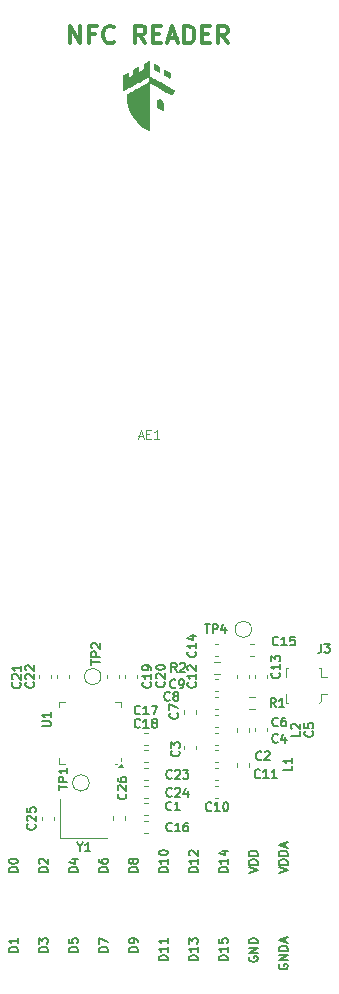
<source format=gbr>
G04 #@! TF.GenerationSoftware,KiCad,Pcbnew,9.99.0-unknown-d5f02ba7bc~182~ubuntu22.04.1*
G04 #@! TF.CreationDate,2025-03-17T15:10:36+01:00*
G04 #@! TF.ProjectId,rfid-reader,72666964-2d72-4656-9164-65722e6b6963,rev?*
G04 #@! TF.SameCoordinates,Original*
G04 #@! TF.FileFunction,Legend,Top*
G04 #@! TF.FilePolarity,Positive*
%FSLAX46Y46*%
G04 Gerber Fmt 4.6, Leading zero omitted, Abs format (unit mm)*
G04 Created by KiCad (PCBNEW 9.99.0-unknown-d5f02ba7bc~182~ubuntu22.04.1) date 2025-03-17 15:10:36*
%MOMM*%
%LPD*%
G01*
G04 APERTURE LIST*
%ADD10C,0.150000*%
%ADD11C,0.300000*%
%ADD12C,0.100000*%
%ADD13C,0.120000*%
%ADD14C,0.010000*%
G04 APERTURE END LIST*
D10*
X103764878Y-151045826D02*
X103729164Y-151117255D01*
X103729164Y-151117255D02*
X103729164Y-151224397D01*
X103729164Y-151224397D02*
X103764878Y-151331540D01*
X103764878Y-151331540D02*
X103836307Y-151402969D01*
X103836307Y-151402969D02*
X103907735Y-151438683D01*
X103907735Y-151438683D02*
X104050592Y-151474397D01*
X104050592Y-151474397D02*
X104157735Y-151474397D01*
X104157735Y-151474397D02*
X104300592Y-151438683D01*
X104300592Y-151438683D02*
X104372021Y-151402969D01*
X104372021Y-151402969D02*
X104443450Y-151331540D01*
X104443450Y-151331540D02*
X104479164Y-151224397D01*
X104479164Y-151224397D02*
X104479164Y-151152969D01*
X104479164Y-151152969D02*
X104443450Y-151045826D01*
X104443450Y-151045826D02*
X104407735Y-151010112D01*
X104407735Y-151010112D02*
X104157735Y-151010112D01*
X104157735Y-151010112D02*
X104157735Y-151152969D01*
X104479164Y-150688683D02*
X103729164Y-150688683D01*
X103729164Y-150688683D02*
X104479164Y-150260112D01*
X104479164Y-150260112D02*
X103729164Y-150260112D01*
X104479164Y-149902969D02*
X103729164Y-149902969D01*
X103729164Y-149902969D02*
X103729164Y-149724398D01*
X103729164Y-149724398D02*
X103764878Y-149617255D01*
X103764878Y-149617255D02*
X103836307Y-149545826D01*
X103836307Y-149545826D02*
X103907735Y-149510112D01*
X103907735Y-149510112D02*
X104050592Y-149474398D01*
X104050592Y-149474398D02*
X104157735Y-149474398D01*
X104157735Y-149474398D02*
X104300592Y-149510112D01*
X104300592Y-149510112D02*
X104372021Y-149545826D01*
X104372021Y-149545826D02*
X104443450Y-149617255D01*
X104443450Y-149617255D02*
X104479164Y-149724398D01*
X104479164Y-149724398D02*
X104479164Y-149902969D01*
X104264878Y-149188683D02*
X104264878Y-148831541D01*
X104479164Y-149260112D02*
X103729164Y-149010112D01*
X103729164Y-149010112D02*
X104479164Y-148760112D01*
X101224878Y-150402969D02*
X101189164Y-150474398D01*
X101189164Y-150474398D02*
X101189164Y-150581540D01*
X101189164Y-150581540D02*
X101224878Y-150688683D01*
X101224878Y-150688683D02*
X101296307Y-150760112D01*
X101296307Y-150760112D02*
X101367735Y-150795826D01*
X101367735Y-150795826D02*
X101510592Y-150831540D01*
X101510592Y-150831540D02*
X101617735Y-150831540D01*
X101617735Y-150831540D02*
X101760592Y-150795826D01*
X101760592Y-150795826D02*
X101832021Y-150760112D01*
X101832021Y-150760112D02*
X101903450Y-150688683D01*
X101903450Y-150688683D02*
X101939164Y-150581540D01*
X101939164Y-150581540D02*
X101939164Y-150510112D01*
X101939164Y-150510112D02*
X101903450Y-150402969D01*
X101903450Y-150402969D02*
X101867735Y-150367255D01*
X101867735Y-150367255D02*
X101617735Y-150367255D01*
X101617735Y-150367255D02*
X101617735Y-150510112D01*
X101939164Y-150045826D02*
X101189164Y-150045826D01*
X101189164Y-150045826D02*
X101939164Y-149617255D01*
X101939164Y-149617255D02*
X101189164Y-149617255D01*
X101939164Y-149260112D02*
X101189164Y-149260112D01*
X101189164Y-149260112D02*
X101189164Y-149081541D01*
X101189164Y-149081541D02*
X101224878Y-148974398D01*
X101224878Y-148974398D02*
X101296307Y-148902969D01*
X101296307Y-148902969D02*
X101367735Y-148867255D01*
X101367735Y-148867255D02*
X101510592Y-148831541D01*
X101510592Y-148831541D02*
X101617735Y-148831541D01*
X101617735Y-148831541D02*
X101760592Y-148867255D01*
X101760592Y-148867255D02*
X101832021Y-148902969D01*
X101832021Y-148902969D02*
X101903450Y-148974398D01*
X101903450Y-148974398D02*
X101939164Y-149081541D01*
X101939164Y-149081541D02*
X101939164Y-149260112D01*
X99399164Y-150688684D02*
X98649164Y-150688684D01*
X98649164Y-150688684D02*
X98649164Y-150510113D01*
X98649164Y-150510113D02*
X98684878Y-150402970D01*
X98684878Y-150402970D02*
X98756307Y-150331541D01*
X98756307Y-150331541D02*
X98827735Y-150295827D01*
X98827735Y-150295827D02*
X98970592Y-150260113D01*
X98970592Y-150260113D02*
X99077735Y-150260113D01*
X99077735Y-150260113D02*
X99220592Y-150295827D01*
X99220592Y-150295827D02*
X99292021Y-150331541D01*
X99292021Y-150331541D02*
X99363450Y-150402970D01*
X99363450Y-150402970D02*
X99399164Y-150510113D01*
X99399164Y-150510113D02*
X99399164Y-150688684D01*
X99399164Y-149545827D02*
X99399164Y-149974398D01*
X99399164Y-149760113D02*
X98649164Y-149760113D01*
X98649164Y-149760113D02*
X98756307Y-149831541D01*
X98756307Y-149831541D02*
X98827735Y-149902970D01*
X98827735Y-149902970D02*
X98863450Y-149974398D01*
X98649164Y-148867255D02*
X98649164Y-149224398D01*
X98649164Y-149224398D02*
X99006307Y-149260112D01*
X99006307Y-149260112D02*
X98970592Y-149224398D01*
X98970592Y-149224398D02*
X98934878Y-149152970D01*
X98934878Y-149152970D02*
X98934878Y-148974398D01*
X98934878Y-148974398D02*
X98970592Y-148902970D01*
X98970592Y-148902970D02*
X99006307Y-148867255D01*
X99006307Y-148867255D02*
X99077735Y-148831541D01*
X99077735Y-148831541D02*
X99256307Y-148831541D01*
X99256307Y-148831541D02*
X99327735Y-148867255D01*
X99327735Y-148867255D02*
X99363450Y-148902970D01*
X99363450Y-148902970D02*
X99399164Y-148974398D01*
X99399164Y-148974398D02*
X99399164Y-149152970D01*
X99399164Y-149152970D02*
X99363450Y-149224398D01*
X99363450Y-149224398D02*
X99327735Y-149260112D01*
X96859164Y-150688684D02*
X96109164Y-150688684D01*
X96109164Y-150688684D02*
X96109164Y-150510113D01*
X96109164Y-150510113D02*
X96144878Y-150402970D01*
X96144878Y-150402970D02*
X96216307Y-150331541D01*
X96216307Y-150331541D02*
X96287735Y-150295827D01*
X96287735Y-150295827D02*
X96430592Y-150260113D01*
X96430592Y-150260113D02*
X96537735Y-150260113D01*
X96537735Y-150260113D02*
X96680592Y-150295827D01*
X96680592Y-150295827D02*
X96752021Y-150331541D01*
X96752021Y-150331541D02*
X96823450Y-150402970D01*
X96823450Y-150402970D02*
X96859164Y-150510113D01*
X96859164Y-150510113D02*
X96859164Y-150688684D01*
X96859164Y-149545827D02*
X96859164Y-149974398D01*
X96859164Y-149760113D02*
X96109164Y-149760113D01*
X96109164Y-149760113D02*
X96216307Y-149831541D01*
X96216307Y-149831541D02*
X96287735Y-149902970D01*
X96287735Y-149902970D02*
X96323450Y-149974398D01*
X96109164Y-149295827D02*
X96109164Y-148831541D01*
X96109164Y-148831541D02*
X96394878Y-149081541D01*
X96394878Y-149081541D02*
X96394878Y-148974398D01*
X96394878Y-148974398D02*
X96430592Y-148902970D01*
X96430592Y-148902970D02*
X96466307Y-148867255D01*
X96466307Y-148867255D02*
X96537735Y-148831541D01*
X96537735Y-148831541D02*
X96716307Y-148831541D01*
X96716307Y-148831541D02*
X96787735Y-148867255D01*
X96787735Y-148867255D02*
X96823450Y-148902970D01*
X96823450Y-148902970D02*
X96859164Y-148974398D01*
X96859164Y-148974398D02*
X96859164Y-149188684D01*
X96859164Y-149188684D02*
X96823450Y-149260112D01*
X96823450Y-149260112D02*
X96787735Y-149295827D01*
X94319164Y-150688684D02*
X93569164Y-150688684D01*
X93569164Y-150688684D02*
X93569164Y-150510113D01*
X93569164Y-150510113D02*
X93604878Y-150402970D01*
X93604878Y-150402970D02*
X93676307Y-150331541D01*
X93676307Y-150331541D02*
X93747735Y-150295827D01*
X93747735Y-150295827D02*
X93890592Y-150260113D01*
X93890592Y-150260113D02*
X93997735Y-150260113D01*
X93997735Y-150260113D02*
X94140592Y-150295827D01*
X94140592Y-150295827D02*
X94212021Y-150331541D01*
X94212021Y-150331541D02*
X94283450Y-150402970D01*
X94283450Y-150402970D02*
X94319164Y-150510113D01*
X94319164Y-150510113D02*
X94319164Y-150688684D01*
X94319164Y-149545827D02*
X94319164Y-149974398D01*
X94319164Y-149760113D02*
X93569164Y-149760113D01*
X93569164Y-149760113D02*
X93676307Y-149831541D01*
X93676307Y-149831541D02*
X93747735Y-149902970D01*
X93747735Y-149902970D02*
X93783450Y-149974398D01*
X94319164Y-148831541D02*
X94319164Y-149260112D01*
X94319164Y-149045827D02*
X93569164Y-149045827D01*
X93569164Y-149045827D02*
X93676307Y-149117255D01*
X93676307Y-149117255D02*
X93747735Y-149188684D01*
X93747735Y-149188684D02*
X93783450Y-149260112D01*
X91779164Y-149974398D02*
X91029164Y-149974398D01*
X91029164Y-149974398D02*
X91029164Y-149795827D01*
X91029164Y-149795827D02*
X91064878Y-149688684D01*
X91064878Y-149688684D02*
X91136307Y-149617255D01*
X91136307Y-149617255D02*
X91207735Y-149581541D01*
X91207735Y-149581541D02*
X91350592Y-149545827D01*
X91350592Y-149545827D02*
X91457735Y-149545827D01*
X91457735Y-149545827D02*
X91600592Y-149581541D01*
X91600592Y-149581541D02*
X91672021Y-149617255D01*
X91672021Y-149617255D02*
X91743450Y-149688684D01*
X91743450Y-149688684D02*
X91779164Y-149795827D01*
X91779164Y-149795827D02*
X91779164Y-149974398D01*
X91779164Y-149188684D02*
X91779164Y-149045827D01*
X91779164Y-149045827D02*
X91743450Y-148974398D01*
X91743450Y-148974398D02*
X91707735Y-148938684D01*
X91707735Y-148938684D02*
X91600592Y-148867255D01*
X91600592Y-148867255D02*
X91457735Y-148831541D01*
X91457735Y-148831541D02*
X91172021Y-148831541D01*
X91172021Y-148831541D02*
X91100592Y-148867255D01*
X91100592Y-148867255D02*
X91064878Y-148902970D01*
X91064878Y-148902970D02*
X91029164Y-148974398D01*
X91029164Y-148974398D02*
X91029164Y-149117255D01*
X91029164Y-149117255D02*
X91064878Y-149188684D01*
X91064878Y-149188684D02*
X91100592Y-149224398D01*
X91100592Y-149224398D02*
X91172021Y-149260112D01*
X91172021Y-149260112D02*
X91350592Y-149260112D01*
X91350592Y-149260112D02*
X91422021Y-149224398D01*
X91422021Y-149224398D02*
X91457735Y-149188684D01*
X91457735Y-149188684D02*
X91493450Y-149117255D01*
X91493450Y-149117255D02*
X91493450Y-148974398D01*
X91493450Y-148974398D02*
X91457735Y-148902970D01*
X91457735Y-148902970D02*
X91422021Y-148867255D01*
X91422021Y-148867255D02*
X91350592Y-148831541D01*
X89239164Y-149974398D02*
X88489164Y-149974398D01*
X88489164Y-149974398D02*
X88489164Y-149795827D01*
X88489164Y-149795827D02*
X88524878Y-149688684D01*
X88524878Y-149688684D02*
X88596307Y-149617255D01*
X88596307Y-149617255D02*
X88667735Y-149581541D01*
X88667735Y-149581541D02*
X88810592Y-149545827D01*
X88810592Y-149545827D02*
X88917735Y-149545827D01*
X88917735Y-149545827D02*
X89060592Y-149581541D01*
X89060592Y-149581541D02*
X89132021Y-149617255D01*
X89132021Y-149617255D02*
X89203450Y-149688684D01*
X89203450Y-149688684D02*
X89239164Y-149795827D01*
X89239164Y-149795827D02*
X89239164Y-149974398D01*
X88489164Y-149295827D02*
X88489164Y-148795827D01*
X88489164Y-148795827D02*
X89239164Y-149117255D01*
X86699164Y-149974398D02*
X85949164Y-149974398D01*
X85949164Y-149974398D02*
X85949164Y-149795827D01*
X85949164Y-149795827D02*
X85984878Y-149688684D01*
X85984878Y-149688684D02*
X86056307Y-149617255D01*
X86056307Y-149617255D02*
X86127735Y-149581541D01*
X86127735Y-149581541D02*
X86270592Y-149545827D01*
X86270592Y-149545827D02*
X86377735Y-149545827D01*
X86377735Y-149545827D02*
X86520592Y-149581541D01*
X86520592Y-149581541D02*
X86592021Y-149617255D01*
X86592021Y-149617255D02*
X86663450Y-149688684D01*
X86663450Y-149688684D02*
X86699164Y-149795827D01*
X86699164Y-149795827D02*
X86699164Y-149974398D01*
X85949164Y-148867255D02*
X85949164Y-149224398D01*
X85949164Y-149224398D02*
X86306307Y-149260112D01*
X86306307Y-149260112D02*
X86270592Y-149224398D01*
X86270592Y-149224398D02*
X86234878Y-149152970D01*
X86234878Y-149152970D02*
X86234878Y-148974398D01*
X86234878Y-148974398D02*
X86270592Y-148902970D01*
X86270592Y-148902970D02*
X86306307Y-148867255D01*
X86306307Y-148867255D02*
X86377735Y-148831541D01*
X86377735Y-148831541D02*
X86556307Y-148831541D01*
X86556307Y-148831541D02*
X86627735Y-148867255D01*
X86627735Y-148867255D02*
X86663450Y-148902970D01*
X86663450Y-148902970D02*
X86699164Y-148974398D01*
X86699164Y-148974398D02*
X86699164Y-149152970D01*
X86699164Y-149152970D02*
X86663450Y-149224398D01*
X86663450Y-149224398D02*
X86627735Y-149260112D01*
X84159164Y-149974398D02*
X83409164Y-149974398D01*
X83409164Y-149974398D02*
X83409164Y-149795827D01*
X83409164Y-149795827D02*
X83444878Y-149688684D01*
X83444878Y-149688684D02*
X83516307Y-149617255D01*
X83516307Y-149617255D02*
X83587735Y-149581541D01*
X83587735Y-149581541D02*
X83730592Y-149545827D01*
X83730592Y-149545827D02*
X83837735Y-149545827D01*
X83837735Y-149545827D02*
X83980592Y-149581541D01*
X83980592Y-149581541D02*
X84052021Y-149617255D01*
X84052021Y-149617255D02*
X84123450Y-149688684D01*
X84123450Y-149688684D02*
X84159164Y-149795827D01*
X84159164Y-149795827D02*
X84159164Y-149974398D01*
X83409164Y-149295827D02*
X83409164Y-148831541D01*
X83409164Y-148831541D02*
X83694878Y-149081541D01*
X83694878Y-149081541D02*
X83694878Y-148974398D01*
X83694878Y-148974398D02*
X83730592Y-148902970D01*
X83730592Y-148902970D02*
X83766307Y-148867255D01*
X83766307Y-148867255D02*
X83837735Y-148831541D01*
X83837735Y-148831541D02*
X84016307Y-148831541D01*
X84016307Y-148831541D02*
X84087735Y-148867255D01*
X84087735Y-148867255D02*
X84123450Y-148902970D01*
X84123450Y-148902970D02*
X84159164Y-148974398D01*
X84159164Y-148974398D02*
X84159164Y-149188684D01*
X84159164Y-149188684D02*
X84123450Y-149260112D01*
X84123450Y-149260112D02*
X84087735Y-149295827D01*
X81619164Y-149974398D02*
X80869164Y-149974398D01*
X80869164Y-149974398D02*
X80869164Y-149795827D01*
X80869164Y-149795827D02*
X80904878Y-149688684D01*
X80904878Y-149688684D02*
X80976307Y-149617255D01*
X80976307Y-149617255D02*
X81047735Y-149581541D01*
X81047735Y-149581541D02*
X81190592Y-149545827D01*
X81190592Y-149545827D02*
X81297735Y-149545827D01*
X81297735Y-149545827D02*
X81440592Y-149581541D01*
X81440592Y-149581541D02*
X81512021Y-149617255D01*
X81512021Y-149617255D02*
X81583450Y-149688684D01*
X81583450Y-149688684D02*
X81619164Y-149795827D01*
X81619164Y-149795827D02*
X81619164Y-149974398D01*
X81619164Y-148831541D02*
X81619164Y-149260112D01*
X81619164Y-149045827D02*
X80869164Y-149045827D01*
X80869164Y-149045827D02*
X80976307Y-149117255D01*
X80976307Y-149117255D02*
X81047735Y-149188684D01*
X81047735Y-149188684D02*
X81083450Y-149260112D01*
X81619164Y-143232744D02*
X80869164Y-143232744D01*
X80869164Y-143232744D02*
X80869164Y-143054173D01*
X80869164Y-143054173D02*
X80904878Y-142947030D01*
X80904878Y-142947030D02*
X80976307Y-142875601D01*
X80976307Y-142875601D02*
X81047735Y-142839887D01*
X81047735Y-142839887D02*
X81190592Y-142804173D01*
X81190592Y-142804173D02*
X81297735Y-142804173D01*
X81297735Y-142804173D02*
X81440592Y-142839887D01*
X81440592Y-142839887D02*
X81512021Y-142875601D01*
X81512021Y-142875601D02*
X81583450Y-142947030D01*
X81583450Y-142947030D02*
X81619164Y-143054173D01*
X81619164Y-143054173D02*
X81619164Y-143232744D01*
X80869164Y-142339887D02*
X80869164Y-142268458D01*
X80869164Y-142268458D02*
X80904878Y-142197030D01*
X80904878Y-142197030D02*
X80940592Y-142161316D01*
X80940592Y-142161316D02*
X81012021Y-142125601D01*
X81012021Y-142125601D02*
X81154878Y-142089887D01*
X81154878Y-142089887D02*
X81333450Y-142089887D01*
X81333450Y-142089887D02*
X81476307Y-142125601D01*
X81476307Y-142125601D02*
X81547735Y-142161316D01*
X81547735Y-142161316D02*
X81583450Y-142197030D01*
X81583450Y-142197030D02*
X81619164Y-142268458D01*
X81619164Y-142268458D02*
X81619164Y-142339887D01*
X81619164Y-142339887D02*
X81583450Y-142411316D01*
X81583450Y-142411316D02*
X81547735Y-142447030D01*
X81547735Y-142447030D02*
X81476307Y-142482744D01*
X81476307Y-142482744D02*
X81333450Y-142518458D01*
X81333450Y-142518458D02*
X81154878Y-142518458D01*
X81154878Y-142518458D02*
X81012021Y-142482744D01*
X81012021Y-142482744D02*
X80940592Y-142447030D01*
X80940592Y-142447030D02*
X80904878Y-142411316D01*
X80904878Y-142411316D02*
X80869164Y-142339887D01*
X84159164Y-143232744D02*
X83409164Y-143232744D01*
X83409164Y-143232744D02*
X83409164Y-143054173D01*
X83409164Y-143054173D02*
X83444878Y-142947030D01*
X83444878Y-142947030D02*
X83516307Y-142875601D01*
X83516307Y-142875601D02*
X83587735Y-142839887D01*
X83587735Y-142839887D02*
X83730592Y-142804173D01*
X83730592Y-142804173D02*
X83837735Y-142804173D01*
X83837735Y-142804173D02*
X83980592Y-142839887D01*
X83980592Y-142839887D02*
X84052021Y-142875601D01*
X84052021Y-142875601D02*
X84123450Y-142947030D01*
X84123450Y-142947030D02*
X84159164Y-143054173D01*
X84159164Y-143054173D02*
X84159164Y-143232744D01*
X83480592Y-142518458D02*
X83444878Y-142482744D01*
X83444878Y-142482744D02*
X83409164Y-142411316D01*
X83409164Y-142411316D02*
X83409164Y-142232744D01*
X83409164Y-142232744D02*
X83444878Y-142161316D01*
X83444878Y-142161316D02*
X83480592Y-142125601D01*
X83480592Y-142125601D02*
X83552021Y-142089887D01*
X83552021Y-142089887D02*
X83623450Y-142089887D01*
X83623450Y-142089887D02*
X83730592Y-142125601D01*
X83730592Y-142125601D02*
X84159164Y-142554173D01*
X84159164Y-142554173D02*
X84159164Y-142089887D01*
X86699164Y-143232744D02*
X85949164Y-143232744D01*
X85949164Y-143232744D02*
X85949164Y-143054173D01*
X85949164Y-143054173D02*
X85984878Y-142947030D01*
X85984878Y-142947030D02*
X86056307Y-142875601D01*
X86056307Y-142875601D02*
X86127735Y-142839887D01*
X86127735Y-142839887D02*
X86270592Y-142804173D01*
X86270592Y-142804173D02*
X86377735Y-142804173D01*
X86377735Y-142804173D02*
X86520592Y-142839887D01*
X86520592Y-142839887D02*
X86592021Y-142875601D01*
X86592021Y-142875601D02*
X86663450Y-142947030D01*
X86663450Y-142947030D02*
X86699164Y-143054173D01*
X86699164Y-143054173D02*
X86699164Y-143232744D01*
X86199164Y-142161316D02*
X86699164Y-142161316D01*
X85913450Y-142339887D02*
X86449164Y-142518458D01*
X86449164Y-142518458D02*
X86449164Y-142054173D01*
X89239164Y-143232744D02*
X88489164Y-143232744D01*
X88489164Y-143232744D02*
X88489164Y-143054173D01*
X88489164Y-143054173D02*
X88524878Y-142947030D01*
X88524878Y-142947030D02*
X88596307Y-142875601D01*
X88596307Y-142875601D02*
X88667735Y-142839887D01*
X88667735Y-142839887D02*
X88810592Y-142804173D01*
X88810592Y-142804173D02*
X88917735Y-142804173D01*
X88917735Y-142804173D02*
X89060592Y-142839887D01*
X89060592Y-142839887D02*
X89132021Y-142875601D01*
X89132021Y-142875601D02*
X89203450Y-142947030D01*
X89203450Y-142947030D02*
X89239164Y-143054173D01*
X89239164Y-143054173D02*
X89239164Y-143232744D01*
X88489164Y-142161316D02*
X88489164Y-142304173D01*
X88489164Y-142304173D02*
X88524878Y-142375601D01*
X88524878Y-142375601D02*
X88560592Y-142411316D01*
X88560592Y-142411316D02*
X88667735Y-142482744D01*
X88667735Y-142482744D02*
X88810592Y-142518458D01*
X88810592Y-142518458D02*
X89096307Y-142518458D01*
X89096307Y-142518458D02*
X89167735Y-142482744D01*
X89167735Y-142482744D02*
X89203450Y-142447030D01*
X89203450Y-142447030D02*
X89239164Y-142375601D01*
X89239164Y-142375601D02*
X89239164Y-142232744D01*
X89239164Y-142232744D02*
X89203450Y-142161316D01*
X89203450Y-142161316D02*
X89167735Y-142125601D01*
X89167735Y-142125601D02*
X89096307Y-142089887D01*
X89096307Y-142089887D02*
X88917735Y-142089887D01*
X88917735Y-142089887D02*
X88846307Y-142125601D01*
X88846307Y-142125601D02*
X88810592Y-142161316D01*
X88810592Y-142161316D02*
X88774878Y-142232744D01*
X88774878Y-142232744D02*
X88774878Y-142375601D01*
X88774878Y-142375601D02*
X88810592Y-142447030D01*
X88810592Y-142447030D02*
X88846307Y-142482744D01*
X88846307Y-142482744D02*
X88917735Y-142518458D01*
X91779164Y-143232744D02*
X91029164Y-143232744D01*
X91029164Y-143232744D02*
X91029164Y-143054173D01*
X91029164Y-143054173D02*
X91064878Y-142947030D01*
X91064878Y-142947030D02*
X91136307Y-142875601D01*
X91136307Y-142875601D02*
X91207735Y-142839887D01*
X91207735Y-142839887D02*
X91350592Y-142804173D01*
X91350592Y-142804173D02*
X91457735Y-142804173D01*
X91457735Y-142804173D02*
X91600592Y-142839887D01*
X91600592Y-142839887D02*
X91672021Y-142875601D01*
X91672021Y-142875601D02*
X91743450Y-142947030D01*
X91743450Y-142947030D02*
X91779164Y-143054173D01*
X91779164Y-143054173D02*
X91779164Y-143232744D01*
X91350592Y-142375601D02*
X91314878Y-142447030D01*
X91314878Y-142447030D02*
X91279164Y-142482744D01*
X91279164Y-142482744D02*
X91207735Y-142518458D01*
X91207735Y-142518458D02*
X91172021Y-142518458D01*
X91172021Y-142518458D02*
X91100592Y-142482744D01*
X91100592Y-142482744D02*
X91064878Y-142447030D01*
X91064878Y-142447030D02*
X91029164Y-142375601D01*
X91029164Y-142375601D02*
X91029164Y-142232744D01*
X91029164Y-142232744D02*
X91064878Y-142161316D01*
X91064878Y-142161316D02*
X91100592Y-142125601D01*
X91100592Y-142125601D02*
X91172021Y-142089887D01*
X91172021Y-142089887D02*
X91207735Y-142089887D01*
X91207735Y-142089887D02*
X91279164Y-142125601D01*
X91279164Y-142125601D02*
X91314878Y-142161316D01*
X91314878Y-142161316D02*
X91350592Y-142232744D01*
X91350592Y-142232744D02*
X91350592Y-142375601D01*
X91350592Y-142375601D02*
X91386307Y-142447030D01*
X91386307Y-142447030D02*
X91422021Y-142482744D01*
X91422021Y-142482744D02*
X91493450Y-142518458D01*
X91493450Y-142518458D02*
X91636307Y-142518458D01*
X91636307Y-142518458D02*
X91707735Y-142482744D01*
X91707735Y-142482744D02*
X91743450Y-142447030D01*
X91743450Y-142447030D02*
X91779164Y-142375601D01*
X91779164Y-142375601D02*
X91779164Y-142232744D01*
X91779164Y-142232744D02*
X91743450Y-142161316D01*
X91743450Y-142161316D02*
X91707735Y-142125601D01*
X91707735Y-142125601D02*
X91636307Y-142089887D01*
X91636307Y-142089887D02*
X91493450Y-142089887D01*
X91493450Y-142089887D02*
X91422021Y-142125601D01*
X91422021Y-142125601D02*
X91386307Y-142161316D01*
X91386307Y-142161316D02*
X91350592Y-142232744D01*
X94319164Y-143232744D02*
X93569164Y-143232744D01*
X93569164Y-143232744D02*
X93569164Y-143054173D01*
X93569164Y-143054173D02*
X93604878Y-142947030D01*
X93604878Y-142947030D02*
X93676307Y-142875601D01*
X93676307Y-142875601D02*
X93747735Y-142839887D01*
X93747735Y-142839887D02*
X93890592Y-142804173D01*
X93890592Y-142804173D02*
X93997735Y-142804173D01*
X93997735Y-142804173D02*
X94140592Y-142839887D01*
X94140592Y-142839887D02*
X94212021Y-142875601D01*
X94212021Y-142875601D02*
X94283450Y-142947030D01*
X94283450Y-142947030D02*
X94319164Y-143054173D01*
X94319164Y-143054173D02*
X94319164Y-143232744D01*
X94319164Y-142089887D02*
X94319164Y-142518458D01*
X94319164Y-142304173D02*
X93569164Y-142304173D01*
X93569164Y-142304173D02*
X93676307Y-142375601D01*
X93676307Y-142375601D02*
X93747735Y-142447030D01*
X93747735Y-142447030D02*
X93783450Y-142518458D01*
X93569164Y-141625601D02*
X93569164Y-141554172D01*
X93569164Y-141554172D02*
X93604878Y-141482744D01*
X93604878Y-141482744D02*
X93640592Y-141447030D01*
X93640592Y-141447030D02*
X93712021Y-141411315D01*
X93712021Y-141411315D02*
X93854878Y-141375601D01*
X93854878Y-141375601D02*
X94033450Y-141375601D01*
X94033450Y-141375601D02*
X94176307Y-141411315D01*
X94176307Y-141411315D02*
X94247735Y-141447030D01*
X94247735Y-141447030D02*
X94283450Y-141482744D01*
X94283450Y-141482744D02*
X94319164Y-141554172D01*
X94319164Y-141554172D02*
X94319164Y-141625601D01*
X94319164Y-141625601D02*
X94283450Y-141697030D01*
X94283450Y-141697030D02*
X94247735Y-141732744D01*
X94247735Y-141732744D02*
X94176307Y-141768458D01*
X94176307Y-141768458D02*
X94033450Y-141804172D01*
X94033450Y-141804172D02*
X93854878Y-141804172D01*
X93854878Y-141804172D02*
X93712021Y-141768458D01*
X93712021Y-141768458D02*
X93640592Y-141732744D01*
X93640592Y-141732744D02*
X93604878Y-141697030D01*
X93604878Y-141697030D02*
X93569164Y-141625601D01*
X96859164Y-143232744D02*
X96109164Y-143232744D01*
X96109164Y-143232744D02*
X96109164Y-143054173D01*
X96109164Y-143054173D02*
X96144878Y-142947030D01*
X96144878Y-142947030D02*
X96216307Y-142875601D01*
X96216307Y-142875601D02*
X96287735Y-142839887D01*
X96287735Y-142839887D02*
X96430592Y-142804173D01*
X96430592Y-142804173D02*
X96537735Y-142804173D01*
X96537735Y-142804173D02*
X96680592Y-142839887D01*
X96680592Y-142839887D02*
X96752021Y-142875601D01*
X96752021Y-142875601D02*
X96823450Y-142947030D01*
X96823450Y-142947030D02*
X96859164Y-143054173D01*
X96859164Y-143054173D02*
X96859164Y-143232744D01*
X96859164Y-142089887D02*
X96859164Y-142518458D01*
X96859164Y-142304173D02*
X96109164Y-142304173D01*
X96109164Y-142304173D02*
X96216307Y-142375601D01*
X96216307Y-142375601D02*
X96287735Y-142447030D01*
X96287735Y-142447030D02*
X96323450Y-142518458D01*
X96180592Y-141804172D02*
X96144878Y-141768458D01*
X96144878Y-141768458D02*
X96109164Y-141697030D01*
X96109164Y-141697030D02*
X96109164Y-141518458D01*
X96109164Y-141518458D02*
X96144878Y-141447030D01*
X96144878Y-141447030D02*
X96180592Y-141411315D01*
X96180592Y-141411315D02*
X96252021Y-141375601D01*
X96252021Y-141375601D02*
X96323450Y-141375601D01*
X96323450Y-141375601D02*
X96430592Y-141411315D01*
X96430592Y-141411315D02*
X96859164Y-141839887D01*
X96859164Y-141839887D02*
X96859164Y-141375601D01*
X99399164Y-143232744D02*
X98649164Y-143232744D01*
X98649164Y-143232744D02*
X98649164Y-143054173D01*
X98649164Y-143054173D02*
X98684878Y-142947030D01*
X98684878Y-142947030D02*
X98756307Y-142875601D01*
X98756307Y-142875601D02*
X98827735Y-142839887D01*
X98827735Y-142839887D02*
X98970592Y-142804173D01*
X98970592Y-142804173D02*
X99077735Y-142804173D01*
X99077735Y-142804173D02*
X99220592Y-142839887D01*
X99220592Y-142839887D02*
X99292021Y-142875601D01*
X99292021Y-142875601D02*
X99363450Y-142947030D01*
X99363450Y-142947030D02*
X99399164Y-143054173D01*
X99399164Y-143054173D02*
X99399164Y-143232744D01*
X99399164Y-142089887D02*
X99399164Y-142518458D01*
X99399164Y-142304173D02*
X98649164Y-142304173D01*
X98649164Y-142304173D02*
X98756307Y-142375601D01*
X98756307Y-142375601D02*
X98827735Y-142447030D01*
X98827735Y-142447030D02*
X98863450Y-142518458D01*
X98899164Y-141447030D02*
X99399164Y-141447030D01*
X98613450Y-141625601D02*
X99149164Y-141804172D01*
X99149164Y-141804172D02*
X99149164Y-141339887D01*
X101189164Y-143339887D02*
X101939164Y-143089887D01*
X101939164Y-143089887D02*
X101189164Y-142839887D01*
X101939164Y-142589887D02*
X101189164Y-142589887D01*
X101189164Y-142589887D02*
X101189164Y-142411316D01*
X101189164Y-142411316D02*
X101224878Y-142304173D01*
X101224878Y-142304173D02*
X101296307Y-142232744D01*
X101296307Y-142232744D02*
X101367735Y-142197030D01*
X101367735Y-142197030D02*
X101510592Y-142161316D01*
X101510592Y-142161316D02*
X101617735Y-142161316D01*
X101617735Y-142161316D02*
X101760592Y-142197030D01*
X101760592Y-142197030D02*
X101832021Y-142232744D01*
X101832021Y-142232744D02*
X101903450Y-142304173D01*
X101903450Y-142304173D02*
X101939164Y-142411316D01*
X101939164Y-142411316D02*
X101939164Y-142589887D01*
X101939164Y-141839887D02*
X101189164Y-141839887D01*
X101189164Y-141839887D02*
X101189164Y-141661316D01*
X101189164Y-141661316D02*
X101224878Y-141554173D01*
X101224878Y-141554173D02*
X101296307Y-141482744D01*
X101296307Y-141482744D02*
X101367735Y-141447030D01*
X101367735Y-141447030D02*
X101510592Y-141411316D01*
X101510592Y-141411316D02*
X101617735Y-141411316D01*
X101617735Y-141411316D02*
X101760592Y-141447030D01*
X101760592Y-141447030D02*
X101832021Y-141482744D01*
X101832021Y-141482744D02*
X101903450Y-141554173D01*
X101903450Y-141554173D02*
X101939164Y-141661316D01*
X101939164Y-141661316D02*
X101939164Y-141839887D01*
X103729164Y-143339887D02*
X104479164Y-143089887D01*
X104479164Y-143089887D02*
X103729164Y-142839887D01*
X104479164Y-142589887D02*
X103729164Y-142589887D01*
X103729164Y-142589887D02*
X103729164Y-142411316D01*
X103729164Y-142411316D02*
X103764878Y-142304173D01*
X103764878Y-142304173D02*
X103836307Y-142232744D01*
X103836307Y-142232744D02*
X103907735Y-142197030D01*
X103907735Y-142197030D02*
X104050592Y-142161316D01*
X104050592Y-142161316D02*
X104157735Y-142161316D01*
X104157735Y-142161316D02*
X104300592Y-142197030D01*
X104300592Y-142197030D02*
X104372021Y-142232744D01*
X104372021Y-142232744D02*
X104443450Y-142304173D01*
X104443450Y-142304173D02*
X104479164Y-142411316D01*
X104479164Y-142411316D02*
X104479164Y-142589887D01*
X104479164Y-141839887D02*
X103729164Y-141839887D01*
X103729164Y-141839887D02*
X103729164Y-141661316D01*
X103729164Y-141661316D02*
X103764878Y-141554173D01*
X103764878Y-141554173D02*
X103836307Y-141482744D01*
X103836307Y-141482744D02*
X103907735Y-141447030D01*
X103907735Y-141447030D02*
X104050592Y-141411316D01*
X104050592Y-141411316D02*
X104157735Y-141411316D01*
X104157735Y-141411316D02*
X104300592Y-141447030D01*
X104300592Y-141447030D02*
X104372021Y-141482744D01*
X104372021Y-141482744D02*
X104443450Y-141554173D01*
X104443450Y-141554173D02*
X104479164Y-141661316D01*
X104479164Y-141661316D02*
X104479164Y-141839887D01*
X104264878Y-141125601D02*
X104264878Y-140768459D01*
X104479164Y-141197030D02*
X103729164Y-140947030D01*
X103729164Y-140947030D02*
X104479164Y-140697030D01*
D11*
X86067142Y-73068328D02*
X86067142Y-71568328D01*
X86067142Y-71568328D02*
X86924285Y-73068328D01*
X86924285Y-73068328D02*
X86924285Y-71568328D01*
X88138571Y-72282614D02*
X87638571Y-72282614D01*
X87638571Y-73068328D02*
X87638571Y-71568328D01*
X87638571Y-71568328D02*
X88352857Y-71568328D01*
X89781428Y-72925471D02*
X89710000Y-72996900D01*
X89710000Y-72996900D02*
X89495714Y-73068328D01*
X89495714Y-73068328D02*
X89352857Y-73068328D01*
X89352857Y-73068328D02*
X89138571Y-72996900D01*
X89138571Y-72996900D02*
X88995714Y-72854042D01*
X88995714Y-72854042D02*
X88924285Y-72711185D01*
X88924285Y-72711185D02*
X88852857Y-72425471D01*
X88852857Y-72425471D02*
X88852857Y-72211185D01*
X88852857Y-72211185D02*
X88924285Y-71925471D01*
X88924285Y-71925471D02*
X88995714Y-71782614D01*
X88995714Y-71782614D02*
X89138571Y-71639757D01*
X89138571Y-71639757D02*
X89352857Y-71568328D01*
X89352857Y-71568328D02*
X89495714Y-71568328D01*
X89495714Y-71568328D02*
X89710000Y-71639757D01*
X89710000Y-71639757D02*
X89781428Y-71711185D01*
X92424285Y-73068328D02*
X91924285Y-72354042D01*
X91567142Y-73068328D02*
X91567142Y-71568328D01*
X91567142Y-71568328D02*
X92138571Y-71568328D01*
X92138571Y-71568328D02*
X92281428Y-71639757D01*
X92281428Y-71639757D02*
X92352857Y-71711185D01*
X92352857Y-71711185D02*
X92424285Y-71854042D01*
X92424285Y-71854042D02*
X92424285Y-72068328D01*
X92424285Y-72068328D02*
X92352857Y-72211185D01*
X92352857Y-72211185D02*
X92281428Y-72282614D01*
X92281428Y-72282614D02*
X92138571Y-72354042D01*
X92138571Y-72354042D02*
X91567142Y-72354042D01*
X93067142Y-72282614D02*
X93567142Y-72282614D01*
X93781428Y-73068328D02*
X93067142Y-73068328D01*
X93067142Y-73068328D02*
X93067142Y-71568328D01*
X93067142Y-71568328D02*
X93781428Y-71568328D01*
X94352857Y-72639757D02*
X95067143Y-72639757D01*
X94210000Y-73068328D02*
X94710000Y-71568328D01*
X94710000Y-71568328D02*
X95210000Y-73068328D01*
X95709999Y-73068328D02*
X95709999Y-71568328D01*
X95709999Y-71568328D02*
X96067142Y-71568328D01*
X96067142Y-71568328D02*
X96281428Y-71639757D01*
X96281428Y-71639757D02*
X96424285Y-71782614D01*
X96424285Y-71782614D02*
X96495714Y-71925471D01*
X96495714Y-71925471D02*
X96567142Y-72211185D01*
X96567142Y-72211185D02*
X96567142Y-72425471D01*
X96567142Y-72425471D02*
X96495714Y-72711185D01*
X96495714Y-72711185D02*
X96424285Y-72854042D01*
X96424285Y-72854042D02*
X96281428Y-72996900D01*
X96281428Y-72996900D02*
X96067142Y-73068328D01*
X96067142Y-73068328D02*
X95709999Y-73068328D01*
X97209999Y-72282614D02*
X97709999Y-72282614D01*
X97924285Y-73068328D02*
X97209999Y-73068328D01*
X97209999Y-73068328D02*
X97209999Y-71568328D01*
X97209999Y-71568328D02*
X97924285Y-71568328D01*
X99424285Y-73068328D02*
X98924285Y-72354042D01*
X98567142Y-73068328D02*
X98567142Y-71568328D01*
X98567142Y-71568328D02*
X99138571Y-71568328D01*
X99138571Y-71568328D02*
X99281428Y-71639757D01*
X99281428Y-71639757D02*
X99352857Y-71711185D01*
X99352857Y-71711185D02*
X99424285Y-71854042D01*
X99424285Y-71854042D02*
X99424285Y-72068328D01*
X99424285Y-72068328D02*
X99352857Y-72211185D01*
X99352857Y-72211185D02*
X99281428Y-72282614D01*
X99281428Y-72282614D02*
X99138571Y-72354042D01*
X99138571Y-72354042D02*
X98567142Y-72354042D01*
D10*
X103747735Y-126339143D02*
X103783450Y-126374857D01*
X103783450Y-126374857D02*
X103819164Y-126482000D01*
X103819164Y-126482000D02*
X103819164Y-126553428D01*
X103819164Y-126553428D02*
X103783450Y-126660571D01*
X103783450Y-126660571D02*
X103712021Y-126732000D01*
X103712021Y-126732000D02*
X103640592Y-126767714D01*
X103640592Y-126767714D02*
X103497735Y-126803428D01*
X103497735Y-126803428D02*
X103390592Y-126803428D01*
X103390592Y-126803428D02*
X103247735Y-126767714D01*
X103247735Y-126767714D02*
X103176307Y-126732000D01*
X103176307Y-126732000D02*
X103104878Y-126660571D01*
X103104878Y-126660571D02*
X103069164Y-126553428D01*
X103069164Y-126553428D02*
X103069164Y-126482000D01*
X103069164Y-126482000D02*
X103104878Y-126374857D01*
X103104878Y-126374857D02*
X103140592Y-126339143D01*
X103819164Y-125624857D02*
X103819164Y-126053428D01*
X103819164Y-125839143D02*
X103069164Y-125839143D01*
X103069164Y-125839143D02*
X103176307Y-125910571D01*
X103176307Y-125910571D02*
X103247735Y-125982000D01*
X103247735Y-125982000D02*
X103283450Y-126053428D01*
X103069164Y-125374857D02*
X103069164Y-124910571D01*
X103069164Y-124910571D02*
X103354878Y-125160571D01*
X103354878Y-125160571D02*
X103354878Y-125053428D01*
X103354878Y-125053428D02*
X103390592Y-124982000D01*
X103390592Y-124982000D02*
X103426307Y-124946285D01*
X103426307Y-124946285D02*
X103497735Y-124910571D01*
X103497735Y-124910571D02*
X103676307Y-124910571D01*
X103676307Y-124910571D02*
X103747735Y-124946285D01*
X103747735Y-124946285D02*
X103783450Y-124982000D01*
X103783450Y-124982000D02*
X103819164Y-125053428D01*
X103819164Y-125053428D02*
X103819164Y-125267714D01*
X103819164Y-125267714D02*
X103783450Y-125339142D01*
X103783450Y-125339142D02*
X103747735Y-125374857D01*
X96647735Y-127162143D02*
X96683450Y-127197857D01*
X96683450Y-127197857D02*
X96719164Y-127305000D01*
X96719164Y-127305000D02*
X96719164Y-127376428D01*
X96719164Y-127376428D02*
X96683450Y-127483571D01*
X96683450Y-127483571D02*
X96612021Y-127555000D01*
X96612021Y-127555000D02*
X96540592Y-127590714D01*
X96540592Y-127590714D02*
X96397735Y-127626428D01*
X96397735Y-127626428D02*
X96290592Y-127626428D01*
X96290592Y-127626428D02*
X96147735Y-127590714D01*
X96147735Y-127590714D02*
X96076307Y-127555000D01*
X96076307Y-127555000D02*
X96004878Y-127483571D01*
X96004878Y-127483571D02*
X95969164Y-127376428D01*
X95969164Y-127376428D02*
X95969164Y-127305000D01*
X95969164Y-127305000D02*
X96004878Y-127197857D01*
X96004878Y-127197857D02*
X96040592Y-127162143D01*
X96719164Y-126447857D02*
X96719164Y-126876428D01*
X96719164Y-126662143D02*
X95969164Y-126662143D01*
X95969164Y-126662143D02*
X96076307Y-126733571D01*
X96076307Y-126733571D02*
X96147735Y-126805000D01*
X96147735Y-126805000D02*
X96183450Y-126876428D01*
X96040592Y-126162142D02*
X96004878Y-126126428D01*
X96004878Y-126126428D02*
X95969164Y-126055000D01*
X95969164Y-126055000D02*
X95969164Y-125876428D01*
X95969164Y-125876428D02*
X96004878Y-125805000D01*
X96004878Y-125805000D02*
X96040592Y-125769285D01*
X96040592Y-125769285D02*
X96112021Y-125733571D01*
X96112021Y-125733571D02*
X96183450Y-125733571D01*
X96183450Y-125733571D02*
X96290592Y-125769285D01*
X96290592Y-125769285D02*
X96719164Y-126197857D01*
X96719164Y-126197857D02*
X96719164Y-125733571D01*
X94640856Y-135268735D02*
X94605142Y-135304450D01*
X94605142Y-135304450D02*
X94497999Y-135340164D01*
X94497999Y-135340164D02*
X94426571Y-135340164D01*
X94426571Y-135340164D02*
X94319428Y-135304450D01*
X94319428Y-135304450D02*
X94247999Y-135233021D01*
X94247999Y-135233021D02*
X94212285Y-135161592D01*
X94212285Y-135161592D02*
X94176571Y-135018735D01*
X94176571Y-135018735D02*
X94176571Y-134911592D01*
X94176571Y-134911592D02*
X94212285Y-134768735D01*
X94212285Y-134768735D02*
X94247999Y-134697307D01*
X94247999Y-134697307D02*
X94319428Y-134625878D01*
X94319428Y-134625878D02*
X94426571Y-134590164D01*
X94426571Y-134590164D02*
X94497999Y-134590164D01*
X94497999Y-134590164D02*
X94605142Y-134625878D01*
X94605142Y-134625878D02*
X94640856Y-134661592D01*
X94926571Y-134661592D02*
X94962285Y-134625878D01*
X94962285Y-134625878D02*
X95033714Y-134590164D01*
X95033714Y-134590164D02*
X95212285Y-134590164D01*
X95212285Y-134590164D02*
X95283714Y-134625878D01*
X95283714Y-134625878D02*
X95319428Y-134661592D01*
X95319428Y-134661592D02*
X95355142Y-134733021D01*
X95355142Y-134733021D02*
X95355142Y-134804450D01*
X95355142Y-134804450D02*
X95319428Y-134911592D01*
X95319428Y-134911592D02*
X94890856Y-135340164D01*
X94890856Y-135340164D02*
X95355142Y-135340164D01*
X95605142Y-134590164D02*
X96069428Y-134590164D01*
X96069428Y-134590164D02*
X95819428Y-134875878D01*
X95819428Y-134875878D02*
X95926571Y-134875878D01*
X95926571Y-134875878D02*
X95998000Y-134911592D01*
X95998000Y-134911592D02*
X96033714Y-134947307D01*
X96033714Y-134947307D02*
X96069428Y-135018735D01*
X96069428Y-135018735D02*
X96069428Y-135197307D01*
X96069428Y-135197307D02*
X96033714Y-135268735D01*
X96033714Y-135268735D02*
X95998000Y-135304450D01*
X95998000Y-135304450D02*
X95926571Y-135340164D01*
X95926571Y-135340164D02*
X95712285Y-135340164D01*
X95712285Y-135340164D02*
X95640857Y-135304450D01*
X95640857Y-135304450D02*
X95605142Y-135268735D01*
X103454999Y-129259164D02*
X103204999Y-128902021D01*
X103026428Y-129259164D02*
X103026428Y-128509164D01*
X103026428Y-128509164D02*
X103312142Y-128509164D01*
X103312142Y-128509164D02*
X103383571Y-128544878D01*
X103383571Y-128544878D02*
X103419285Y-128580592D01*
X103419285Y-128580592D02*
X103454999Y-128652021D01*
X103454999Y-128652021D02*
X103454999Y-128759164D01*
X103454999Y-128759164D02*
X103419285Y-128830592D01*
X103419285Y-128830592D02*
X103383571Y-128866307D01*
X103383571Y-128866307D02*
X103312142Y-128902021D01*
X103312142Y-128902021D02*
X103026428Y-128902021D01*
X104169285Y-129259164D02*
X103740714Y-129259164D01*
X103954999Y-129259164D02*
X103954999Y-128509164D01*
X103954999Y-128509164D02*
X103883571Y-128616307D01*
X103883571Y-128616307D02*
X103812142Y-128687735D01*
X103812142Y-128687735D02*
X103740714Y-128723450D01*
X94954999Y-127587735D02*
X94919285Y-127623450D01*
X94919285Y-127623450D02*
X94812142Y-127659164D01*
X94812142Y-127659164D02*
X94740714Y-127659164D01*
X94740714Y-127659164D02*
X94633571Y-127623450D01*
X94633571Y-127623450D02*
X94562142Y-127552021D01*
X94562142Y-127552021D02*
X94526428Y-127480592D01*
X94526428Y-127480592D02*
X94490714Y-127337735D01*
X94490714Y-127337735D02*
X94490714Y-127230592D01*
X94490714Y-127230592D02*
X94526428Y-127087735D01*
X94526428Y-127087735D02*
X94562142Y-127016307D01*
X94562142Y-127016307D02*
X94633571Y-126944878D01*
X94633571Y-126944878D02*
X94740714Y-126909164D01*
X94740714Y-126909164D02*
X94812142Y-126909164D01*
X94812142Y-126909164D02*
X94919285Y-126944878D01*
X94919285Y-126944878D02*
X94954999Y-126980592D01*
X95312142Y-127659164D02*
X95454999Y-127659164D01*
X95454999Y-127659164D02*
X95526428Y-127623450D01*
X95526428Y-127623450D02*
X95562142Y-127587735D01*
X95562142Y-127587735D02*
X95633571Y-127480592D01*
X95633571Y-127480592D02*
X95669285Y-127337735D01*
X95669285Y-127337735D02*
X95669285Y-127052021D01*
X95669285Y-127052021D02*
X95633571Y-126980592D01*
X95633571Y-126980592D02*
X95597857Y-126944878D01*
X95597857Y-126944878D02*
X95526428Y-126909164D01*
X95526428Y-126909164D02*
X95383571Y-126909164D01*
X95383571Y-126909164D02*
X95312142Y-126944878D01*
X95312142Y-126944878D02*
X95276428Y-126980592D01*
X95276428Y-126980592D02*
X95240714Y-127052021D01*
X95240714Y-127052021D02*
X95240714Y-127230592D01*
X95240714Y-127230592D02*
X95276428Y-127302021D01*
X95276428Y-127302021D02*
X95312142Y-127337735D01*
X95312142Y-127337735D02*
X95383571Y-127373450D01*
X95383571Y-127373450D02*
X95526428Y-127373450D01*
X95526428Y-127373450D02*
X95597857Y-127337735D01*
X95597857Y-127337735D02*
X95633571Y-127302021D01*
X95633571Y-127302021D02*
X95669285Y-127230592D01*
X102236999Y-133697735D02*
X102201285Y-133733450D01*
X102201285Y-133733450D02*
X102094142Y-133769164D01*
X102094142Y-133769164D02*
X102022714Y-133769164D01*
X102022714Y-133769164D02*
X101915571Y-133733450D01*
X101915571Y-133733450D02*
X101844142Y-133662021D01*
X101844142Y-133662021D02*
X101808428Y-133590592D01*
X101808428Y-133590592D02*
X101772714Y-133447735D01*
X101772714Y-133447735D02*
X101772714Y-133340592D01*
X101772714Y-133340592D02*
X101808428Y-133197735D01*
X101808428Y-133197735D02*
X101844142Y-133126307D01*
X101844142Y-133126307D02*
X101915571Y-133054878D01*
X101915571Y-133054878D02*
X102022714Y-133019164D01*
X102022714Y-133019164D02*
X102094142Y-133019164D01*
X102094142Y-133019164D02*
X102201285Y-133054878D01*
X102201285Y-133054878D02*
X102236999Y-133090592D01*
X102522714Y-133090592D02*
X102558428Y-133054878D01*
X102558428Y-133054878D02*
X102629857Y-133019164D01*
X102629857Y-133019164D02*
X102808428Y-133019164D01*
X102808428Y-133019164D02*
X102879857Y-133054878D01*
X102879857Y-133054878D02*
X102915571Y-133090592D01*
X102915571Y-133090592D02*
X102951285Y-133162021D01*
X102951285Y-133162021D02*
X102951285Y-133233450D01*
X102951285Y-133233450D02*
X102915571Y-133340592D01*
X102915571Y-133340592D02*
X102486999Y-133769164D01*
X102486999Y-133769164D02*
X102951285Y-133769164D01*
X106566735Y-131316000D02*
X106602450Y-131351714D01*
X106602450Y-131351714D02*
X106638164Y-131458857D01*
X106638164Y-131458857D02*
X106638164Y-131530285D01*
X106638164Y-131530285D02*
X106602450Y-131637428D01*
X106602450Y-131637428D02*
X106531021Y-131708857D01*
X106531021Y-131708857D02*
X106459592Y-131744571D01*
X106459592Y-131744571D02*
X106316735Y-131780285D01*
X106316735Y-131780285D02*
X106209592Y-131780285D01*
X106209592Y-131780285D02*
X106066735Y-131744571D01*
X106066735Y-131744571D02*
X105995307Y-131708857D01*
X105995307Y-131708857D02*
X105923878Y-131637428D01*
X105923878Y-131637428D02*
X105888164Y-131530285D01*
X105888164Y-131530285D02*
X105888164Y-131458857D01*
X105888164Y-131458857D02*
X105923878Y-131351714D01*
X105923878Y-131351714D02*
X105959592Y-131316000D01*
X105888164Y-130637428D02*
X105888164Y-130994571D01*
X105888164Y-130994571D02*
X106245307Y-131030285D01*
X106245307Y-131030285D02*
X106209592Y-130994571D01*
X106209592Y-130994571D02*
X106173878Y-130923143D01*
X106173878Y-130923143D02*
X106173878Y-130744571D01*
X106173878Y-130744571D02*
X106209592Y-130673143D01*
X106209592Y-130673143D02*
X106245307Y-130637428D01*
X106245307Y-130637428D02*
X106316735Y-130601714D01*
X106316735Y-130601714D02*
X106495307Y-130601714D01*
X106495307Y-130601714D02*
X106566735Y-130637428D01*
X106566735Y-130637428D02*
X106602450Y-130673143D01*
X106602450Y-130673143D02*
X106638164Y-130744571D01*
X106638164Y-130744571D02*
X106638164Y-130923143D01*
X106638164Y-130923143D02*
X106602450Y-130994571D01*
X106602450Y-130994571D02*
X106566735Y-131030285D01*
X85069164Y-136266428D02*
X85069164Y-135837857D01*
X85819164Y-136052142D02*
X85069164Y-136052142D01*
X85819164Y-135587856D02*
X85069164Y-135587856D01*
X85069164Y-135587856D02*
X85069164Y-135302142D01*
X85069164Y-135302142D02*
X85104878Y-135230713D01*
X85104878Y-135230713D02*
X85140592Y-135194999D01*
X85140592Y-135194999D02*
X85212021Y-135159285D01*
X85212021Y-135159285D02*
X85319164Y-135159285D01*
X85319164Y-135159285D02*
X85390592Y-135194999D01*
X85390592Y-135194999D02*
X85426307Y-135230713D01*
X85426307Y-135230713D02*
X85462021Y-135302142D01*
X85462021Y-135302142D02*
X85462021Y-135587856D01*
X85819164Y-134444999D02*
X85819164Y-134873570D01*
X85819164Y-134659285D02*
X85069164Y-134659285D01*
X85069164Y-134659285D02*
X85176307Y-134730713D01*
X85176307Y-134730713D02*
X85247735Y-134802142D01*
X85247735Y-134802142D02*
X85283450Y-134873570D01*
X83669164Y-130891428D02*
X84276307Y-130891428D01*
X84276307Y-130891428D02*
X84347735Y-130855714D01*
X84347735Y-130855714D02*
X84383450Y-130820000D01*
X84383450Y-130820000D02*
X84419164Y-130748571D01*
X84419164Y-130748571D02*
X84419164Y-130605714D01*
X84419164Y-130605714D02*
X84383450Y-130534285D01*
X84383450Y-130534285D02*
X84347735Y-130498571D01*
X84347735Y-130498571D02*
X84276307Y-130462857D01*
X84276307Y-130462857D02*
X83669164Y-130462857D01*
X84419164Y-129712857D02*
X84419164Y-130141428D01*
X84419164Y-129927143D02*
X83669164Y-129927143D01*
X83669164Y-129927143D02*
X83776307Y-129998571D01*
X83776307Y-129998571D02*
X83847735Y-130070000D01*
X83847735Y-130070000D02*
X83883450Y-130141428D01*
X90747735Y-136602143D02*
X90783450Y-136637857D01*
X90783450Y-136637857D02*
X90819164Y-136745000D01*
X90819164Y-136745000D02*
X90819164Y-136816428D01*
X90819164Y-136816428D02*
X90783450Y-136923571D01*
X90783450Y-136923571D02*
X90712021Y-136995000D01*
X90712021Y-136995000D02*
X90640592Y-137030714D01*
X90640592Y-137030714D02*
X90497735Y-137066428D01*
X90497735Y-137066428D02*
X90390592Y-137066428D01*
X90390592Y-137066428D02*
X90247735Y-137030714D01*
X90247735Y-137030714D02*
X90176307Y-136995000D01*
X90176307Y-136995000D02*
X90104878Y-136923571D01*
X90104878Y-136923571D02*
X90069164Y-136816428D01*
X90069164Y-136816428D02*
X90069164Y-136745000D01*
X90069164Y-136745000D02*
X90104878Y-136637857D01*
X90104878Y-136637857D02*
X90140592Y-136602143D01*
X90140592Y-136316428D02*
X90104878Y-136280714D01*
X90104878Y-136280714D02*
X90069164Y-136209286D01*
X90069164Y-136209286D02*
X90069164Y-136030714D01*
X90069164Y-136030714D02*
X90104878Y-135959286D01*
X90104878Y-135959286D02*
X90140592Y-135923571D01*
X90140592Y-135923571D02*
X90212021Y-135887857D01*
X90212021Y-135887857D02*
X90283450Y-135887857D01*
X90283450Y-135887857D02*
X90390592Y-135923571D01*
X90390592Y-135923571D02*
X90819164Y-136352143D01*
X90819164Y-136352143D02*
X90819164Y-135887857D01*
X90069164Y-135245000D02*
X90069164Y-135387857D01*
X90069164Y-135387857D02*
X90104878Y-135459285D01*
X90104878Y-135459285D02*
X90140592Y-135495000D01*
X90140592Y-135495000D02*
X90247735Y-135566428D01*
X90247735Y-135566428D02*
X90390592Y-135602142D01*
X90390592Y-135602142D02*
X90676307Y-135602142D01*
X90676307Y-135602142D02*
X90747735Y-135566428D01*
X90747735Y-135566428D02*
X90783450Y-135530714D01*
X90783450Y-135530714D02*
X90819164Y-135459285D01*
X90819164Y-135459285D02*
X90819164Y-135316428D01*
X90819164Y-135316428D02*
X90783450Y-135245000D01*
X90783450Y-135245000D02*
X90747735Y-135209285D01*
X90747735Y-135209285D02*
X90676307Y-135173571D01*
X90676307Y-135173571D02*
X90497735Y-135173571D01*
X90497735Y-135173571D02*
X90426307Y-135209285D01*
X90426307Y-135209285D02*
X90390592Y-135245000D01*
X90390592Y-135245000D02*
X90354878Y-135316428D01*
X90354878Y-135316428D02*
X90354878Y-135459285D01*
X90354878Y-135459285D02*
X90390592Y-135530714D01*
X90390592Y-135530714D02*
X90426307Y-135566428D01*
X90426307Y-135566428D02*
X90497735Y-135602142D01*
X103633999Y-132220735D02*
X103598285Y-132256450D01*
X103598285Y-132256450D02*
X103491142Y-132292164D01*
X103491142Y-132292164D02*
X103419714Y-132292164D01*
X103419714Y-132292164D02*
X103312571Y-132256450D01*
X103312571Y-132256450D02*
X103241142Y-132185021D01*
X103241142Y-132185021D02*
X103205428Y-132113592D01*
X103205428Y-132113592D02*
X103169714Y-131970735D01*
X103169714Y-131970735D02*
X103169714Y-131863592D01*
X103169714Y-131863592D02*
X103205428Y-131720735D01*
X103205428Y-131720735D02*
X103241142Y-131649307D01*
X103241142Y-131649307D02*
X103312571Y-131577878D01*
X103312571Y-131577878D02*
X103419714Y-131542164D01*
X103419714Y-131542164D02*
X103491142Y-131542164D01*
X103491142Y-131542164D02*
X103598285Y-131577878D01*
X103598285Y-131577878D02*
X103633999Y-131613592D01*
X104276857Y-131792164D02*
X104276857Y-132292164D01*
X104098285Y-131506450D02*
X103919714Y-132042164D01*
X103919714Y-132042164D02*
X104383999Y-132042164D01*
X103633999Y-130823735D02*
X103598285Y-130859450D01*
X103598285Y-130859450D02*
X103491142Y-130895164D01*
X103491142Y-130895164D02*
X103419714Y-130895164D01*
X103419714Y-130895164D02*
X103312571Y-130859450D01*
X103312571Y-130859450D02*
X103241142Y-130788021D01*
X103241142Y-130788021D02*
X103205428Y-130716592D01*
X103205428Y-130716592D02*
X103169714Y-130573735D01*
X103169714Y-130573735D02*
X103169714Y-130466592D01*
X103169714Y-130466592D02*
X103205428Y-130323735D01*
X103205428Y-130323735D02*
X103241142Y-130252307D01*
X103241142Y-130252307D02*
X103312571Y-130180878D01*
X103312571Y-130180878D02*
X103419714Y-130145164D01*
X103419714Y-130145164D02*
X103491142Y-130145164D01*
X103491142Y-130145164D02*
X103598285Y-130180878D01*
X103598285Y-130180878D02*
X103633999Y-130216592D01*
X104276857Y-130145164D02*
X104133999Y-130145164D01*
X104133999Y-130145164D02*
X104062571Y-130180878D01*
X104062571Y-130180878D02*
X104026857Y-130216592D01*
X104026857Y-130216592D02*
X103955428Y-130323735D01*
X103955428Y-130323735D02*
X103919714Y-130466592D01*
X103919714Y-130466592D02*
X103919714Y-130752307D01*
X103919714Y-130752307D02*
X103955428Y-130823735D01*
X103955428Y-130823735D02*
X103991142Y-130859450D01*
X103991142Y-130859450D02*
X104062571Y-130895164D01*
X104062571Y-130895164D02*
X104205428Y-130895164D01*
X104205428Y-130895164D02*
X104276857Y-130859450D01*
X104276857Y-130859450D02*
X104312571Y-130823735D01*
X104312571Y-130823735D02*
X104348285Y-130752307D01*
X104348285Y-130752307D02*
X104348285Y-130573735D01*
X104348285Y-130573735D02*
X104312571Y-130502307D01*
X104312571Y-130502307D02*
X104276857Y-130466592D01*
X104276857Y-130466592D02*
X104205428Y-130430878D01*
X104205428Y-130430878D02*
X104062571Y-130430878D01*
X104062571Y-130430878D02*
X103991142Y-130466592D01*
X103991142Y-130466592D02*
X103955428Y-130502307D01*
X103955428Y-130502307D02*
X103919714Y-130573735D01*
D12*
X91835000Y-106307478D02*
X92192143Y-106307478D01*
X91763571Y-106521764D02*
X92013571Y-105771764D01*
X92013571Y-105771764D02*
X92263571Y-106521764D01*
X92513571Y-106128907D02*
X92763571Y-106128907D01*
X92870714Y-106521764D02*
X92513571Y-106521764D01*
X92513571Y-106521764D02*
X92513571Y-105771764D01*
X92513571Y-105771764D02*
X92870714Y-105771764D01*
X93584999Y-106521764D02*
X93156428Y-106521764D01*
X93370713Y-106521764D02*
X93370713Y-105771764D01*
X93370713Y-105771764D02*
X93299285Y-105878907D01*
X93299285Y-105878907D02*
X93227856Y-105950335D01*
X93227856Y-105950335D02*
X93156428Y-105986050D01*
D10*
X97433571Y-122259164D02*
X97862143Y-122259164D01*
X97647857Y-123009164D02*
X97647857Y-122259164D01*
X98112143Y-123009164D02*
X98112143Y-122259164D01*
X98112143Y-122259164D02*
X98397857Y-122259164D01*
X98397857Y-122259164D02*
X98469286Y-122294878D01*
X98469286Y-122294878D02*
X98505000Y-122330592D01*
X98505000Y-122330592D02*
X98540714Y-122402021D01*
X98540714Y-122402021D02*
X98540714Y-122509164D01*
X98540714Y-122509164D02*
X98505000Y-122580592D01*
X98505000Y-122580592D02*
X98469286Y-122616307D01*
X98469286Y-122616307D02*
X98397857Y-122652021D01*
X98397857Y-122652021D02*
X98112143Y-122652021D01*
X99183572Y-122509164D02*
X99183572Y-123009164D01*
X99005000Y-122223450D02*
X98826429Y-122759164D01*
X98826429Y-122759164D02*
X99290714Y-122759164D01*
X94616999Y-137935735D02*
X94581285Y-137971450D01*
X94581285Y-137971450D02*
X94474142Y-138007164D01*
X94474142Y-138007164D02*
X94402714Y-138007164D01*
X94402714Y-138007164D02*
X94295571Y-137971450D01*
X94295571Y-137971450D02*
X94224142Y-137900021D01*
X94224142Y-137900021D02*
X94188428Y-137828592D01*
X94188428Y-137828592D02*
X94152714Y-137685735D01*
X94152714Y-137685735D02*
X94152714Y-137578592D01*
X94152714Y-137578592D02*
X94188428Y-137435735D01*
X94188428Y-137435735D02*
X94224142Y-137364307D01*
X94224142Y-137364307D02*
X94295571Y-137292878D01*
X94295571Y-137292878D02*
X94402714Y-137257164D01*
X94402714Y-137257164D02*
X94474142Y-137257164D01*
X94474142Y-137257164D02*
X94581285Y-137292878D01*
X94581285Y-137292878D02*
X94616999Y-137328592D01*
X95331285Y-138007164D02*
X94902714Y-138007164D01*
X95116999Y-138007164D02*
X95116999Y-137257164D01*
X95116999Y-137257164D02*
X95045571Y-137364307D01*
X95045571Y-137364307D02*
X94974142Y-137435735D01*
X94974142Y-137435735D02*
X94902714Y-137471450D01*
X95136735Y-129792000D02*
X95172450Y-129827714D01*
X95172450Y-129827714D02*
X95208164Y-129934857D01*
X95208164Y-129934857D02*
X95208164Y-130006285D01*
X95208164Y-130006285D02*
X95172450Y-130113428D01*
X95172450Y-130113428D02*
X95101021Y-130184857D01*
X95101021Y-130184857D02*
X95029592Y-130220571D01*
X95029592Y-130220571D02*
X94886735Y-130256285D01*
X94886735Y-130256285D02*
X94779592Y-130256285D01*
X94779592Y-130256285D02*
X94636735Y-130220571D01*
X94636735Y-130220571D02*
X94565307Y-130184857D01*
X94565307Y-130184857D02*
X94493878Y-130113428D01*
X94493878Y-130113428D02*
X94458164Y-130006285D01*
X94458164Y-130006285D02*
X94458164Y-129934857D01*
X94458164Y-129934857D02*
X94493878Y-129827714D01*
X94493878Y-129827714D02*
X94529592Y-129792000D01*
X94458164Y-129542000D02*
X94458164Y-129042000D01*
X94458164Y-129042000D02*
X95208164Y-129363428D01*
X82944735Y-127162143D02*
X82980450Y-127197857D01*
X82980450Y-127197857D02*
X83016164Y-127305000D01*
X83016164Y-127305000D02*
X83016164Y-127376428D01*
X83016164Y-127376428D02*
X82980450Y-127483571D01*
X82980450Y-127483571D02*
X82909021Y-127555000D01*
X82909021Y-127555000D02*
X82837592Y-127590714D01*
X82837592Y-127590714D02*
X82694735Y-127626428D01*
X82694735Y-127626428D02*
X82587592Y-127626428D01*
X82587592Y-127626428D02*
X82444735Y-127590714D01*
X82444735Y-127590714D02*
X82373307Y-127555000D01*
X82373307Y-127555000D02*
X82301878Y-127483571D01*
X82301878Y-127483571D02*
X82266164Y-127376428D01*
X82266164Y-127376428D02*
X82266164Y-127305000D01*
X82266164Y-127305000D02*
X82301878Y-127197857D01*
X82301878Y-127197857D02*
X82337592Y-127162143D01*
X82337592Y-126876428D02*
X82301878Y-126840714D01*
X82301878Y-126840714D02*
X82266164Y-126769286D01*
X82266164Y-126769286D02*
X82266164Y-126590714D01*
X82266164Y-126590714D02*
X82301878Y-126519286D01*
X82301878Y-126519286D02*
X82337592Y-126483571D01*
X82337592Y-126483571D02*
X82409021Y-126447857D01*
X82409021Y-126447857D02*
X82480450Y-126447857D01*
X82480450Y-126447857D02*
X82587592Y-126483571D01*
X82587592Y-126483571D02*
X83016164Y-126912143D01*
X83016164Y-126912143D02*
X83016164Y-126447857D01*
X82337592Y-126162142D02*
X82301878Y-126126428D01*
X82301878Y-126126428D02*
X82266164Y-126055000D01*
X82266164Y-126055000D02*
X82266164Y-125876428D01*
X82266164Y-125876428D02*
X82301878Y-125805000D01*
X82301878Y-125805000D02*
X82337592Y-125769285D01*
X82337592Y-125769285D02*
X82409021Y-125733571D01*
X82409021Y-125733571D02*
X82480450Y-125733571D01*
X82480450Y-125733571D02*
X82587592Y-125769285D01*
X82587592Y-125769285D02*
X83016164Y-126197857D01*
X83016164Y-126197857D02*
X83016164Y-125733571D01*
X95054999Y-126259164D02*
X94804999Y-125902021D01*
X94626428Y-126259164D02*
X94626428Y-125509164D01*
X94626428Y-125509164D02*
X94912142Y-125509164D01*
X94912142Y-125509164D02*
X94983571Y-125544878D01*
X94983571Y-125544878D02*
X95019285Y-125580592D01*
X95019285Y-125580592D02*
X95054999Y-125652021D01*
X95054999Y-125652021D02*
X95054999Y-125759164D01*
X95054999Y-125759164D02*
X95019285Y-125830592D01*
X95019285Y-125830592D02*
X94983571Y-125866307D01*
X94983571Y-125866307D02*
X94912142Y-125902021D01*
X94912142Y-125902021D02*
X94626428Y-125902021D01*
X95340714Y-125580592D02*
X95376428Y-125544878D01*
X95376428Y-125544878D02*
X95447857Y-125509164D01*
X95447857Y-125509164D02*
X95626428Y-125509164D01*
X95626428Y-125509164D02*
X95697857Y-125544878D01*
X95697857Y-125544878D02*
X95733571Y-125580592D01*
X95733571Y-125580592D02*
X95769285Y-125652021D01*
X95769285Y-125652021D02*
X95769285Y-125723450D01*
X95769285Y-125723450D02*
X95733571Y-125830592D01*
X95733571Y-125830592D02*
X95304999Y-126259164D01*
X95304999Y-126259164D02*
X95769285Y-126259164D01*
X81802535Y-127177343D02*
X81838250Y-127213057D01*
X81838250Y-127213057D02*
X81873964Y-127320200D01*
X81873964Y-127320200D02*
X81873964Y-127391628D01*
X81873964Y-127391628D02*
X81838250Y-127498771D01*
X81838250Y-127498771D02*
X81766821Y-127570200D01*
X81766821Y-127570200D02*
X81695392Y-127605914D01*
X81695392Y-127605914D02*
X81552535Y-127641628D01*
X81552535Y-127641628D02*
X81445392Y-127641628D01*
X81445392Y-127641628D02*
X81302535Y-127605914D01*
X81302535Y-127605914D02*
X81231107Y-127570200D01*
X81231107Y-127570200D02*
X81159678Y-127498771D01*
X81159678Y-127498771D02*
X81123964Y-127391628D01*
X81123964Y-127391628D02*
X81123964Y-127320200D01*
X81123964Y-127320200D02*
X81159678Y-127213057D01*
X81159678Y-127213057D02*
X81195392Y-127177343D01*
X81195392Y-126891628D02*
X81159678Y-126855914D01*
X81159678Y-126855914D02*
X81123964Y-126784486D01*
X81123964Y-126784486D02*
X81123964Y-126605914D01*
X81123964Y-126605914D02*
X81159678Y-126534486D01*
X81159678Y-126534486D02*
X81195392Y-126498771D01*
X81195392Y-126498771D02*
X81266821Y-126463057D01*
X81266821Y-126463057D02*
X81338250Y-126463057D01*
X81338250Y-126463057D02*
X81445392Y-126498771D01*
X81445392Y-126498771D02*
X81873964Y-126927343D01*
X81873964Y-126927343D02*
X81873964Y-126463057D01*
X81873964Y-125748771D02*
X81873964Y-126177342D01*
X81873964Y-125963057D02*
X81123964Y-125963057D01*
X81123964Y-125963057D02*
X81231107Y-126034485D01*
X81231107Y-126034485D02*
X81302535Y-126105914D01*
X81302535Y-126105914D02*
X81338250Y-126177342D01*
X94489999Y-128664735D02*
X94454285Y-128700450D01*
X94454285Y-128700450D02*
X94347142Y-128736164D01*
X94347142Y-128736164D02*
X94275714Y-128736164D01*
X94275714Y-128736164D02*
X94168571Y-128700450D01*
X94168571Y-128700450D02*
X94097142Y-128629021D01*
X94097142Y-128629021D02*
X94061428Y-128557592D01*
X94061428Y-128557592D02*
X94025714Y-128414735D01*
X94025714Y-128414735D02*
X94025714Y-128307592D01*
X94025714Y-128307592D02*
X94061428Y-128164735D01*
X94061428Y-128164735D02*
X94097142Y-128093307D01*
X94097142Y-128093307D02*
X94168571Y-128021878D01*
X94168571Y-128021878D02*
X94275714Y-127986164D01*
X94275714Y-127986164D02*
X94347142Y-127986164D01*
X94347142Y-127986164D02*
X94454285Y-128021878D01*
X94454285Y-128021878D02*
X94489999Y-128057592D01*
X94918571Y-128307592D02*
X94847142Y-128271878D01*
X94847142Y-128271878D02*
X94811428Y-128236164D01*
X94811428Y-128236164D02*
X94775714Y-128164735D01*
X94775714Y-128164735D02*
X94775714Y-128129021D01*
X94775714Y-128129021D02*
X94811428Y-128057592D01*
X94811428Y-128057592D02*
X94847142Y-128021878D01*
X94847142Y-128021878D02*
X94918571Y-127986164D01*
X94918571Y-127986164D02*
X95061428Y-127986164D01*
X95061428Y-127986164D02*
X95132857Y-128021878D01*
X95132857Y-128021878D02*
X95168571Y-128057592D01*
X95168571Y-128057592D02*
X95204285Y-128129021D01*
X95204285Y-128129021D02*
X95204285Y-128164735D01*
X95204285Y-128164735D02*
X95168571Y-128236164D01*
X95168571Y-128236164D02*
X95132857Y-128271878D01*
X95132857Y-128271878D02*
X95061428Y-128307592D01*
X95061428Y-128307592D02*
X94918571Y-128307592D01*
X94918571Y-128307592D02*
X94847142Y-128343307D01*
X94847142Y-128343307D02*
X94811428Y-128379021D01*
X94811428Y-128379021D02*
X94775714Y-128450450D01*
X94775714Y-128450450D02*
X94775714Y-128593307D01*
X94775714Y-128593307D02*
X94811428Y-128664735D01*
X94811428Y-128664735D02*
X94847142Y-128700450D01*
X94847142Y-128700450D02*
X94918571Y-128736164D01*
X94918571Y-128736164D02*
X95061428Y-128736164D01*
X95061428Y-128736164D02*
X95132857Y-128700450D01*
X95132857Y-128700450D02*
X95168571Y-128664735D01*
X95168571Y-128664735D02*
X95204285Y-128593307D01*
X95204285Y-128593307D02*
X95204285Y-128450450D01*
X95204285Y-128450450D02*
X95168571Y-128379021D01*
X95168571Y-128379021D02*
X95132857Y-128343307D01*
X95132857Y-128343307D02*
X95061428Y-128307592D01*
X107293000Y-123922164D02*
X107293000Y-124457878D01*
X107293000Y-124457878D02*
X107257285Y-124565021D01*
X107257285Y-124565021D02*
X107185857Y-124636450D01*
X107185857Y-124636450D02*
X107078714Y-124672164D01*
X107078714Y-124672164D02*
X107007285Y-124672164D01*
X107578714Y-123922164D02*
X108043000Y-123922164D01*
X108043000Y-123922164D02*
X107793000Y-124207878D01*
X107793000Y-124207878D02*
X107900143Y-124207878D01*
X107900143Y-124207878D02*
X107971572Y-124243592D01*
X107971572Y-124243592D02*
X108007286Y-124279307D01*
X108007286Y-124279307D02*
X108043000Y-124350735D01*
X108043000Y-124350735D02*
X108043000Y-124529307D01*
X108043000Y-124529307D02*
X108007286Y-124600735D01*
X108007286Y-124600735D02*
X107971572Y-124636450D01*
X107971572Y-124636450D02*
X107900143Y-124672164D01*
X107900143Y-124672164D02*
X107685857Y-124672164D01*
X107685857Y-124672164D02*
X107614429Y-124636450D01*
X107614429Y-124636450D02*
X107578714Y-124600735D01*
X94640856Y-136792735D02*
X94605142Y-136828450D01*
X94605142Y-136828450D02*
X94497999Y-136864164D01*
X94497999Y-136864164D02*
X94426571Y-136864164D01*
X94426571Y-136864164D02*
X94319428Y-136828450D01*
X94319428Y-136828450D02*
X94247999Y-136757021D01*
X94247999Y-136757021D02*
X94212285Y-136685592D01*
X94212285Y-136685592D02*
X94176571Y-136542735D01*
X94176571Y-136542735D02*
X94176571Y-136435592D01*
X94176571Y-136435592D02*
X94212285Y-136292735D01*
X94212285Y-136292735D02*
X94247999Y-136221307D01*
X94247999Y-136221307D02*
X94319428Y-136149878D01*
X94319428Y-136149878D02*
X94426571Y-136114164D01*
X94426571Y-136114164D02*
X94497999Y-136114164D01*
X94497999Y-136114164D02*
X94605142Y-136149878D01*
X94605142Y-136149878D02*
X94640856Y-136185592D01*
X94926571Y-136185592D02*
X94962285Y-136149878D01*
X94962285Y-136149878D02*
X95033714Y-136114164D01*
X95033714Y-136114164D02*
X95212285Y-136114164D01*
X95212285Y-136114164D02*
X95283714Y-136149878D01*
X95283714Y-136149878D02*
X95319428Y-136185592D01*
X95319428Y-136185592D02*
X95355142Y-136257021D01*
X95355142Y-136257021D02*
X95355142Y-136328450D01*
X95355142Y-136328450D02*
X95319428Y-136435592D01*
X95319428Y-136435592D02*
X94890856Y-136864164D01*
X94890856Y-136864164D02*
X95355142Y-136864164D01*
X95998000Y-136364164D02*
X95998000Y-136864164D01*
X95819428Y-136078450D02*
X95640857Y-136614164D01*
X95640857Y-136614164D02*
X96105142Y-136614164D01*
X95263735Y-132967000D02*
X95299450Y-133002714D01*
X95299450Y-133002714D02*
X95335164Y-133109857D01*
X95335164Y-133109857D02*
X95335164Y-133181285D01*
X95335164Y-133181285D02*
X95299450Y-133288428D01*
X95299450Y-133288428D02*
X95228021Y-133359857D01*
X95228021Y-133359857D02*
X95156592Y-133395571D01*
X95156592Y-133395571D02*
X95013735Y-133431285D01*
X95013735Y-133431285D02*
X94906592Y-133431285D01*
X94906592Y-133431285D02*
X94763735Y-133395571D01*
X94763735Y-133395571D02*
X94692307Y-133359857D01*
X94692307Y-133359857D02*
X94620878Y-133288428D01*
X94620878Y-133288428D02*
X94585164Y-133181285D01*
X94585164Y-133181285D02*
X94585164Y-133109857D01*
X94585164Y-133109857D02*
X94620878Y-133002714D01*
X94620878Y-133002714D02*
X94656592Y-132967000D01*
X94585164Y-132717000D02*
X94585164Y-132252714D01*
X94585164Y-132252714D02*
X94870878Y-132502714D01*
X94870878Y-132502714D02*
X94870878Y-132395571D01*
X94870878Y-132395571D02*
X94906592Y-132324143D01*
X94906592Y-132324143D02*
X94942307Y-132288428D01*
X94942307Y-132288428D02*
X95013735Y-132252714D01*
X95013735Y-132252714D02*
X95192307Y-132252714D01*
X95192307Y-132252714D02*
X95263735Y-132288428D01*
X95263735Y-132288428D02*
X95299450Y-132324143D01*
X95299450Y-132324143D02*
X95335164Y-132395571D01*
X95335164Y-132395571D02*
X95335164Y-132609857D01*
X95335164Y-132609857D02*
X95299450Y-132681285D01*
X95299450Y-132681285D02*
X95263735Y-132717000D01*
X91973856Y-130950735D02*
X91938142Y-130986450D01*
X91938142Y-130986450D02*
X91830999Y-131022164D01*
X91830999Y-131022164D02*
X91759571Y-131022164D01*
X91759571Y-131022164D02*
X91652428Y-130986450D01*
X91652428Y-130986450D02*
X91580999Y-130915021D01*
X91580999Y-130915021D02*
X91545285Y-130843592D01*
X91545285Y-130843592D02*
X91509571Y-130700735D01*
X91509571Y-130700735D02*
X91509571Y-130593592D01*
X91509571Y-130593592D02*
X91545285Y-130450735D01*
X91545285Y-130450735D02*
X91580999Y-130379307D01*
X91580999Y-130379307D02*
X91652428Y-130307878D01*
X91652428Y-130307878D02*
X91759571Y-130272164D01*
X91759571Y-130272164D02*
X91830999Y-130272164D01*
X91830999Y-130272164D02*
X91938142Y-130307878D01*
X91938142Y-130307878D02*
X91973856Y-130343592D01*
X92688142Y-131022164D02*
X92259571Y-131022164D01*
X92473856Y-131022164D02*
X92473856Y-130272164D01*
X92473856Y-130272164D02*
X92402428Y-130379307D01*
X92402428Y-130379307D02*
X92330999Y-130450735D01*
X92330999Y-130450735D02*
X92259571Y-130486450D01*
X93116714Y-130593592D02*
X93045285Y-130557878D01*
X93045285Y-130557878D02*
X93009571Y-130522164D01*
X93009571Y-130522164D02*
X92973857Y-130450735D01*
X92973857Y-130450735D02*
X92973857Y-130415021D01*
X92973857Y-130415021D02*
X93009571Y-130343592D01*
X93009571Y-130343592D02*
X93045285Y-130307878D01*
X93045285Y-130307878D02*
X93116714Y-130272164D01*
X93116714Y-130272164D02*
X93259571Y-130272164D01*
X93259571Y-130272164D02*
X93331000Y-130307878D01*
X93331000Y-130307878D02*
X93366714Y-130343592D01*
X93366714Y-130343592D02*
X93402428Y-130415021D01*
X93402428Y-130415021D02*
X93402428Y-130450735D01*
X93402428Y-130450735D02*
X93366714Y-130522164D01*
X93366714Y-130522164D02*
X93331000Y-130557878D01*
X93331000Y-130557878D02*
X93259571Y-130593592D01*
X93259571Y-130593592D02*
X93116714Y-130593592D01*
X93116714Y-130593592D02*
X93045285Y-130629307D01*
X93045285Y-130629307D02*
X93009571Y-130665021D01*
X93009571Y-130665021D02*
X92973857Y-130736450D01*
X92973857Y-130736450D02*
X92973857Y-130879307D01*
X92973857Y-130879307D02*
X93009571Y-130950735D01*
X93009571Y-130950735D02*
X93045285Y-130986450D01*
X93045285Y-130986450D02*
X93116714Y-131022164D01*
X93116714Y-131022164D02*
X93259571Y-131022164D01*
X93259571Y-131022164D02*
X93331000Y-130986450D01*
X93331000Y-130986450D02*
X93366714Y-130950735D01*
X93366714Y-130950735D02*
X93402428Y-130879307D01*
X93402428Y-130879307D02*
X93402428Y-130736450D01*
X93402428Y-130736450D02*
X93366714Y-130665021D01*
X93366714Y-130665021D02*
X93331000Y-130629307D01*
X93331000Y-130629307D02*
X93259571Y-130593592D01*
X104860164Y-134236999D02*
X104860164Y-134594142D01*
X104860164Y-134594142D02*
X104110164Y-134594142D01*
X104860164Y-133594142D02*
X104860164Y-134022713D01*
X104860164Y-133808428D02*
X104110164Y-133808428D01*
X104110164Y-133808428D02*
X104217307Y-133879856D01*
X104217307Y-133879856D02*
X104288735Y-133951285D01*
X104288735Y-133951285D02*
X104324450Y-134022713D01*
X93993735Y-127101143D02*
X94029450Y-127136857D01*
X94029450Y-127136857D02*
X94065164Y-127244000D01*
X94065164Y-127244000D02*
X94065164Y-127315428D01*
X94065164Y-127315428D02*
X94029450Y-127422571D01*
X94029450Y-127422571D02*
X93958021Y-127494000D01*
X93958021Y-127494000D02*
X93886592Y-127529714D01*
X93886592Y-127529714D02*
X93743735Y-127565428D01*
X93743735Y-127565428D02*
X93636592Y-127565428D01*
X93636592Y-127565428D02*
X93493735Y-127529714D01*
X93493735Y-127529714D02*
X93422307Y-127494000D01*
X93422307Y-127494000D02*
X93350878Y-127422571D01*
X93350878Y-127422571D02*
X93315164Y-127315428D01*
X93315164Y-127315428D02*
X93315164Y-127244000D01*
X93315164Y-127244000D02*
X93350878Y-127136857D01*
X93350878Y-127136857D02*
X93386592Y-127101143D01*
X93386592Y-126815428D02*
X93350878Y-126779714D01*
X93350878Y-126779714D02*
X93315164Y-126708286D01*
X93315164Y-126708286D02*
X93315164Y-126529714D01*
X93315164Y-126529714D02*
X93350878Y-126458286D01*
X93350878Y-126458286D02*
X93386592Y-126422571D01*
X93386592Y-126422571D02*
X93458021Y-126386857D01*
X93458021Y-126386857D02*
X93529450Y-126386857D01*
X93529450Y-126386857D02*
X93636592Y-126422571D01*
X93636592Y-126422571D02*
X94065164Y-126851143D01*
X94065164Y-126851143D02*
X94065164Y-126386857D01*
X93315164Y-125922571D02*
X93315164Y-125851142D01*
X93315164Y-125851142D02*
X93350878Y-125779714D01*
X93350878Y-125779714D02*
X93386592Y-125744000D01*
X93386592Y-125744000D02*
X93458021Y-125708285D01*
X93458021Y-125708285D02*
X93600878Y-125672571D01*
X93600878Y-125672571D02*
X93779450Y-125672571D01*
X93779450Y-125672571D02*
X93922307Y-125708285D01*
X93922307Y-125708285D02*
X93993735Y-125744000D01*
X93993735Y-125744000D02*
X94029450Y-125779714D01*
X94029450Y-125779714D02*
X94065164Y-125851142D01*
X94065164Y-125851142D02*
X94065164Y-125922571D01*
X94065164Y-125922571D02*
X94029450Y-125994000D01*
X94029450Y-125994000D02*
X93993735Y-126029714D01*
X93993735Y-126029714D02*
X93922307Y-126065428D01*
X93922307Y-126065428D02*
X93779450Y-126101142D01*
X93779450Y-126101142D02*
X93600878Y-126101142D01*
X93600878Y-126101142D02*
X93458021Y-126065428D01*
X93458021Y-126065428D02*
X93386592Y-126029714D01*
X93386592Y-126029714D02*
X93350878Y-125994000D01*
X93350878Y-125994000D02*
X93315164Y-125922571D01*
X94640856Y-139713735D02*
X94605142Y-139749450D01*
X94605142Y-139749450D02*
X94497999Y-139785164D01*
X94497999Y-139785164D02*
X94426571Y-139785164D01*
X94426571Y-139785164D02*
X94319428Y-139749450D01*
X94319428Y-139749450D02*
X94247999Y-139678021D01*
X94247999Y-139678021D02*
X94212285Y-139606592D01*
X94212285Y-139606592D02*
X94176571Y-139463735D01*
X94176571Y-139463735D02*
X94176571Y-139356592D01*
X94176571Y-139356592D02*
X94212285Y-139213735D01*
X94212285Y-139213735D02*
X94247999Y-139142307D01*
X94247999Y-139142307D02*
X94319428Y-139070878D01*
X94319428Y-139070878D02*
X94426571Y-139035164D01*
X94426571Y-139035164D02*
X94497999Y-139035164D01*
X94497999Y-139035164D02*
X94605142Y-139070878D01*
X94605142Y-139070878D02*
X94640856Y-139106592D01*
X95355142Y-139785164D02*
X94926571Y-139785164D01*
X95140856Y-139785164D02*
X95140856Y-139035164D01*
X95140856Y-139035164D02*
X95069428Y-139142307D01*
X95069428Y-139142307D02*
X94997999Y-139213735D01*
X94997999Y-139213735D02*
X94926571Y-139249450D01*
X95998000Y-139035164D02*
X95855142Y-139035164D01*
X95855142Y-139035164D02*
X95783714Y-139070878D01*
X95783714Y-139070878D02*
X95748000Y-139106592D01*
X95748000Y-139106592D02*
X95676571Y-139213735D01*
X95676571Y-139213735D02*
X95640857Y-139356592D01*
X95640857Y-139356592D02*
X95640857Y-139642307D01*
X95640857Y-139642307D02*
X95676571Y-139713735D01*
X95676571Y-139713735D02*
X95712285Y-139749450D01*
X95712285Y-139749450D02*
X95783714Y-139785164D01*
X95783714Y-139785164D02*
X95926571Y-139785164D01*
X95926571Y-139785164D02*
X95998000Y-139749450D01*
X95998000Y-139749450D02*
X96033714Y-139713735D01*
X96033714Y-139713735D02*
X96069428Y-139642307D01*
X96069428Y-139642307D02*
X96069428Y-139463735D01*
X96069428Y-139463735D02*
X96033714Y-139392307D01*
X96033714Y-139392307D02*
X95998000Y-139356592D01*
X95998000Y-139356592D02*
X95926571Y-139320878D01*
X95926571Y-139320878D02*
X95783714Y-139320878D01*
X95783714Y-139320878D02*
X95712285Y-139356592D01*
X95712285Y-139356592D02*
X95676571Y-139392307D01*
X95676571Y-139392307D02*
X95640857Y-139463735D01*
X87854164Y-125660428D02*
X87854164Y-125231857D01*
X88604164Y-125446142D02*
X87854164Y-125446142D01*
X88604164Y-124981856D02*
X87854164Y-124981856D01*
X87854164Y-124981856D02*
X87854164Y-124696142D01*
X87854164Y-124696142D02*
X87889878Y-124624713D01*
X87889878Y-124624713D02*
X87925592Y-124588999D01*
X87925592Y-124588999D02*
X87997021Y-124553285D01*
X87997021Y-124553285D02*
X88104164Y-124553285D01*
X88104164Y-124553285D02*
X88175592Y-124588999D01*
X88175592Y-124588999D02*
X88211307Y-124624713D01*
X88211307Y-124624713D02*
X88247021Y-124696142D01*
X88247021Y-124696142D02*
X88247021Y-124981856D01*
X87925592Y-124267570D02*
X87889878Y-124231856D01*
X87889878Y-124231856D02*
X87854164Y-124160428D01*
X87854164Y-124160428D02*
X87854164Y-123981856D01*
X87854164Y-123981856D02*
X87889878Y-123910428D01*
X87889878Y-123910428D02*
X87925592Y-123874713D01*
X87925592Y-123874713D02*
X87997021Y-123838999D01*
X87997021Y-123838999D02*
X88068450Y-123838999D01*
X88068450Y-123838999D02*
X88175592Y-123874713D01*
X88175592Y-123874713D02*
X88604164Y-124303285D01*
X88604164Y-124303285D02*
X88604164Y-123838999D01*
X103657856Y-123965735D02*
X103622142Y-124001450D01*
X103622142Y-124001450D02*
X103514999Y-124037164D01*
X103514999Y-124037164D02*
X103443571Y-124037164D01*
X103443571Y-124037164D02*
X103336428Y-124001450D01*
X103336428Y-124001450D02*
X103264999Y-123930021D01*
X103264999Y-123930021D02*
X103229285Y-123858592D01*
X103229285Y-123858592D02*
X103193571Y-123715735D01*
X103193571Y-123715735D02*
X103193571Y-123608592D01*
X103193571Y-123608592D02*
X103229285Y-123465735D01*
X103229285Y-123465735D02*
X103264999Y-123394307D01*
X103264999Y-123394307D02*
X103336428Y-123322878D01*
X103336428Y-123322878D02*
X103443571Y-123287164D01*
X103443571Y-123287164D02*
X103514999Y-123287164D01*
X103514999Y-123287164D02*
X103622142Y-123322878D01*
X103622142Y-123322878D02*
X103657856Y-123358592D01*
X104372142Y-124037164D02*
X103943571Y-124037164D01*
X104157856Y-124037164D02*
X104157856Y-123287164D01*
X104157856Y-123287164D02*
X104086428Y-123394307D01*
X104086428Y-123394307D02*
X104014999Y-123465735D01*
X104014999Y-123465735D02*
X103943571Y-123501450D01*
X105050714Y-123287164D02*
X104693571Y-123287164D01*
X104693571Y-123287164D02*
X104657857Y-123644307D01*
X104657857Y-123644307D02*
X104693571Y-123608592D01*
X104693571Y-123608592D02*
X104765000Y-123572878D01*
X104765000Y-123572878D02*
X104943571Y-123572878D01*
X104943571Y-123572878D02*
X105015000Y-123608592D01*
X105015000Y-123608592D02*
X105050714Y-123644307D01*
X105050714Y-123644307D02*
X105086428Y-123715735D01*
X105086428Y-123715735D02*
X105086428Y-123894307D01*
X105086428Y-123894307D02*
X105050714Y-123965735D01*
X105050714Y-123965735D02*
X105015000Y-124001450D01*
X105015000Y-124001450D02*
X104943571Y-124037164D01*
X104943571Y-124037164D02*
X104765000Y-124037164D01*
X104765000Y-124037164D02*
X104693571Y-124001450D01*
X104693571Y-124001450D02*
X104657857Y-123965735D01*
X102133856Y-135197735D02*
X102098142Y-135233450D01*
X102098142Y-135233450D02*
X101990999Y-135269164D01*
X101990999Y-135269164D02*
X101919571Y-135269164D01*
X101919571Y-135269164D02*
X101812428Y-135233450D01*
X101812428Y-135233450D02*
X101740999Y-135162021D01*
X101740999Y-135162021D02*
X101705285Y-135090592D01*
X101705285Y-135090592D02*
X101669571Y-134947735D01*
X101669571Y-134947735D02*
X101669571Y-134840592D01*
X101669571Y-134840592D02*
X101705285Y-134697735D01*
X101705285Y-134697735D02*
X101740999Y-134626307D01*
X101740999Y-134626307D02*
X101812428Y-134554878D01*
X101812428Y-134554878D02*
X101919571Y-134519164D01*
X101919571Y-134519164D02*
X101990999Y-134519164D01*
X101990999Y-134519164D02*
X102098142Y-134554878D01*
X102098142Y-134554878D02*
X102133856Y-134590592D01*
X102848142Y-135269164D02*
X102419571Y-135269164D01*
X102633856Y-135269164D02*
X102633856Y-134519164D01*
X102633856Y-134519164D02*
X102562428Y-134626307D01*
X102562428Y-134626307D02*
X102490999Y-134697735D01*
X102490999Y-134697735D02*
X102419571Y-134733450D01*
X103562428Y-135269164D02*
X103133857Y-135269164D01*
X103348142Y-135269164D02*
X103348142Y-134519164D01*
X103348142Y-134519164D02*
X103276714Y-134626307D01*
X103276714Y-134626307D02*
X103205285Y-134697735D01*
X103205285Y-134697735D02*
X103133857Y-134733450D01*
X96660735Y-124561143D02*
X96696450Y-124596857D01*
X96696450Y-124596857D02*
X96732164Y-124704000D01*
X96732164Y-124704000D02*
X96732164Y-124775428D01*
X96732164Y-124775428D02*
X96696450Y-124882571D01*
X96696450Y-124882571D02*
X96625021Y-124954000D01*
X96625021Y-124954000D02*
X96553592Y-124989714D01*
X96553592Y-124989714D02*
X96410735Y-125025428D01*
X96410735Y-125025428D02*
X96303592Y-125025428D01*
X96303592Y-125025428D02*
X96160735Y-124989714D01*
X96160735Y-124989714D02*
X96089307Y-124954000D01*
X96089307Y-124954000D02*
X96017878Y-124882571D01*
X96017878Y-124882571D02*
X95982164Y-124775428D01*
X95982164Y-124775428D02*
X95982164Y-124704000D01*
X95982164Y-124704000D02*
X96017878Y-124596857D01*
X96017878Y-124596857D02*
X96053592Y-124561143D01*
X96732164Y-123846857D02*
X96732164Y-124275428D01*
X96732164Y-124061143D02*
X95982164Y-124061143D01*
X95982164Y-124061143D02*
X96089307Y-124132571D01*
X96089307Y-124132571D02*
X96160735Y-124204000D01*
X96160735Y-124204000D02*
X96196450Y-124275428D01*
X96232164Y-123204000D02*
X96732164Y-123204000D01*
X95946450Y-123382571D02*
X96482164Y-123561142D01*
X96482164Y-123561142D02*
X96482164Y-123096857D01*
X92850735Y-127162143D02*
X92886450Y-127197857D01*
X92886450Y-127197857D02*
X92922164Y-127305000D01*
X92922164Y-127305000D02*
X92922164Y-127376428D01*
X92922164Y-127376428D02*
X92886450Y-127483571D01*
X92886450Y-127483571D02*
X92815021Y-127555000D01*
X92815021Y-127555000D02*
X92743592Y-127590714D01*
X92743592Y-127590714D02*
X92600735Y-127626428D01*
X92600735Y-127626428D02*
X92493592Y-127626428D01*
X92493592Y-127626428D02*
X92350735Y-127590714D01*
X92350735Y-127590714D02*
X92279307Y-127555000D01*
X92279307Y-127555000D02*
X92207878Y-127483571D01*
X92207878Y-127483571D02*
X92172164Y-127376428D01*
X92172164Y-127376428D02*
X92172164Y-127305000D01*
X92172164Y-127305000D02*
X92207878Y-127197857D01*
X92207878Y-127197857D02*
X92243592Y-127162143D01*
X92922164Y-126447857D02*
X92922164Y-126876428D01*
X92922164Y-126662143D02*
X92172164Y-126662143D01*
X92172164Y-126662143D02*
X92279307Y-126733571D01*
X92279307Y-126733571D02*
X92350735Y-126805000D01*
X92350735Y-126805000D02*
X92386450Y-126876428D01*
X92922164Y-126090714D02*
X92922164Y-125947857D01*
X92922164Y-125947857D02*
X92886450Y-125876428D01*
X92886450Y-125876428D02*
X92850735Y-125840714D01*
X92850735Y-125840714D02*
X92743592Y-125769285D01*
X92743592Y-125769285D02*
X92600735Y-125733571D01*
X92600735Y-125733571D02*
X92315021Y-125733571D01*
X92315021Y-125733571D02*
X92243592Y-125769285D01*
X92243592Y-125769285D02*
X92207878Y-125805000D01*
X92207878Y-125805000D02*
X92172164Y-125876428D01*
X92172164Y-125876428D02*
X92172164Y-126019285D01*
X92172164Y-126019285D02*
X92207878Y-126090714D01*
X92207878Y-126090714D02*
X92243592Y-126126428D01*
X92243592Y-126126428D02*
X92315021Y-126162142D01*
X92315021Y-126162142D02*
X92493592Y-126162142D01*
X92493592Y-126162142D02*
X92565021Y-126126428D01*
X92565021Y-126126428D02*
X92600735Y-126090714D01*
X92600735Y-126090714D02*
X92636450Y-126019285D01*
X92636450Y-126019285D02*
X92636450Y-125876428D01*
X92636450Y-125876428D02*
X92600735Y-125805000D01*
X92600735Y-125805000D02*
X92565021Y-125769285D01*
X92565021Y-125769285D02*
X92493592Y-125733571D01*
X83047735Y-139162143D02*
X83083450Y-139197857D01*
X83083450Y-139197857D02*
X83119164Y-139305000D01*
X83119164Y-139305000D02*
X83119164Y-139376428D01*
X83119164Y-139376428D02*
X83083450Y-139483571D01*
X83083450Y-139483571D02*
X83012021Y-139555000D01*
X83012021Y-139555000D02*
X82940592Y-139590714D01*
X82940592Y-139590714D02*
X82797735Y-139626428D01*
X82797735Y-139626428D02*
X82690592Y-139626428D01*
X82690592Y-139626428D02*
X82547735Y-139590714D01*
X82547735Y-139590714D02*
X82476307Y-139555000D01*
X82476307Y-139555000D02*
X82404878Y-139483571D01*
X82404878Y-139483571D02*
X82369164Y-139376428D01*
X82369164Y-139376428D02*
X82369164Y-139305000D01*
X82369164Y-139305000D02*
X82404878Y-139197857D01*
X82404878Y-139197857D02*
X82440592Y-139162143D01*
X82440592Y-138876428D02*
X82404878Y-138840714D01*
X82404878Y-138840714D02*
X82369164Y-138769286D01*
X82369164Y-138769286D02*
X82369164Y-138590714D01*
X82369164Y-138590714D02*
X82404878Y-138519286D01*
X82404878Y-138519286D02*
X82440592Y-138483571D01*
X82440592Y-138483571D02*
X82512021Y-138447857D01*
X82512021Y-138447857D02*
X82583450Y-138447857D01*
X82583450Y-138447857D02*
X82690592Y-138483571D01*
X82690592Y-138483571D02*
X83119164Y-138912143D01*
X83119164Y-138912143D02*
X83119164Y-138447857D01*
X82369164Y-137769285D02*
X82369164Y-138126428D01*
X82369164Y-138126428D02*
X82726307Y-138162142D01*
X82726307Y-138162142D02*
X82690592Y-138126428D01*
X82690592Y-138126428D02*
X82654878Y-138055000D01*
X82654878Y-138055000D02*
X82654878Y-137876428D01*
X82654878Y-137876428D02*
X82690592Y-137805000D01*
X82690592Y-137805000D02*
X82726307Y-137769285D01*
X82726307Y-137769285D02*
X82797735Y-137733571D01*
X82797735Y-137733571D02*
X82976307Y-137733571D01*
X82976307Y-137733571D02*
X83047735Y-137769285D01*
X83047735Y-137769285D02*
X83083450Y-137805000D01*
X83083450Y-137805000D02*
X83119164Y-137876428D01*
X83119164Y-137876428D02*
X83119164Y-138055000D01*
X83119164Y-138055000D02*
X83083450Y-138126428D01*
X83083450Y-138126428D02*
X83047735Y-138162142D01*
X91973856Y-129807735D02*
X91938142Y-129843450D01*
X91938142Y-129843450D02*
X91830999Y-129879164D01*
X91830999Y-129879164D02*
X91759571Y-129879164D01*
X91759571Y-129879164D02*
X91652428Y-129843450D01*
X91652428Y-129843450D02*
X91580999Y-129772021D01*
X91580999Y-129772021D02*
X91545285Y-129700592D01*
X91545285Y-129700592D02*
X91509571Y-129557735D01*
X91509571Y-129557735D02*
X91509571Y-129450592D01*
X91509571Y-129450592D02*
X91545285Y-129307735D01*
X91545285Y-129307735D02*
X91580999Y-129236307D01*
X91580999Y-129236307D02*
X91652428Y-129164878D01*
X91652428Y-129164878D02*
X91759571Y-129129164D01*
X91759571Y-129129164D02*
X91830999Y-129129164D01*
X91830999Y-129129164D02*
X91938142Y-129164878D01*
X91938142Y-129164878D02*
X91973856Y-129200592D01*
X92688142Y-129879164D02*
X92259571Y-129879164D01*
X92473856Y-129879164D02*
X92473856Y-129129164D01*
X92473856Y-129129164D02*
X92402428Y-129236307D01*
X92402428Y-129236307D02*
X92330999Y-129307735D01*
X92330999Y-129307735D02*
X92259571Y-129343450D01*
X92938142Y-129129164D02*
X93438142Y-129129164D01*
X93438142Y-129129164D02*
X93116714Y-129879164D01*
X97997856Y-137987735D02*
X97962142Y-138023450D01*
X97962142Y-138023450D02*
X97854999Y-138059164D01*
X97854999Y-138059164D02*
X97783571Y-138059164D01*
X97783571Y-138059164D02*
X97676428Y-138023450D01*
X97676428Y-138023450D02*
X97604999Y-137952021D01*
X97604999Y-137952021D02*
X97569285Y-137880592D01*
X97569285Y-137880592D02*
X97533571Y-137737735D01*
X97533571Y-137737735D02*
X97533571Y-137630592D01*
X97533571Y-137630592D02*
X97569285Y-137487735D01*
X97569285Y-137487735D02*
X97604999Y-137416307D01*
X97604999Y-137416307D02*
X97676428Y-137344878D01*
X97676428Y-137344878D02*
X97783571Y-137309164D01*
X97783571Y-137309164D02*
X97854999Y-137309164D01*
X97854999Y-137309164D02*
X97962142Y-137344878D01*
X97962142Y-137344878D02*
X97997856Y-137380592D01*
X98712142Y-138059164D02*
X98283571Y-138059164D01*
X98497856Y-138059164D02*
X98497856Y-137309164D01*
X98497856Y-137309164D02*
X98426428Y-137416307D01*
X98426428Y-137416307D02*
X98354999Y-137487735D01*
X98354999Y-137487735D02*
X98283571Y-137523450D01*
X99176428Y-137309164D02*
X99247857Y-137309164D01*
X99247857Y-137309164D02*
X99319285Y-137344878D01*
X99319285Y-137344878D02*
X99355000Y-137380592D01*
X99355000Y-137380592D02*
X99390714Y-137452021D01*
X99390714Y-137452021D02*
X99426428Y-137594878D01*
X99426428Y-137594878D02*
X99426428Y-137773450D01*
X99426428Y-137773450D02*
X99390714Y-137916307D01*
X99390714Y-137916307D02*
X99355000Y-137987735D01*
X99355000Y-137987735D02*
X99319285Y-138023450D01*
X99319285Y-138023450D02*
X99247857Y-138059164D01*
X99247857Y-138059164D02*
X99176428Y-138059164D01*
X99176428Y-138059164D02*
X99105000Y-138023450D01*
X99105000Y-138023450D02*
X99069285Y-137987735D01*
X99069285Y-137987735D02*
X99033571Y-137916307D01*
X99033571Y-137916307D02*
X98997857Y-137773450D01*
X98997857Y-137773450D02*
X98997857Y-137594878D01*
X98997857Y-137594878D02*
X99033571Y-137452021D01*
X99033571Y-137452021D02*
X99069285Y-137380592D01*
X99069285Y-137380592D02*
X99105000Y-137344878D01*
X99105000Y-137344878D02*
X99176428Y-137309164D01*
X86852857Y-141102021D02*
X86852857Y-141459164D01*
X86602857Y-140709164D02*
X86852857Y-141102021D01*
X86852857Y-141102021D02*
X87102857Y-140709164D01*
X87745714Y-141459164D02*
X87317143Y-141459164D01*
X87531428Y-141459164D02*
X87531428Y-140709164D01*
X87531428Y-140709164D02*
X87460000Y-140816307D01*
X87460000Y-140816307D02*
X87388571Y-140887735D01*
X87388571Y-140887735D02*
X87317143Y-140923450D01*
X105495164Y-131315999D02*
X105495164Y-131673142D01*
X105495164Y-131673142D02*
X104745164Y-131673142D01*
X104816592Y-131101713D02*
X104780878Y-131065999D01*
X104780878Y-131065999D02*
X104745164Y-130994571D01*
X104745164Y-130994571D02*
X104745164Y-130815999D01*
X104745164Y-130815999D02*
X104780878Y-130744571D01*
X104780878Y-130744571D02*
X104816592Y-130708856D01*
X104816592Y-130708856D02*
X104888021Y-130673142D01*
X104888021Y-130673142D02*
X104959450Y-130673142D01*
X104959450Y-130673142D02*
X105066592Y-130708856D01*
X105066592Y-130708856D02*
X105495164Y-131137428D01*
X105495164Y-131137428D02*
X105495164Y-130673142D01*
D13*
X101700000Y-126820580D02*
X101700000Y-126539420D01*
X102720000Y-126820580D02*
X102720000Y-126539420D01*
X100200000Y-126820580D02*
X100200000Y-126539420D01*
X101220000Y-126820580D02*
X101220000Y-126539420D01*
X92319420Y-134420000D02*
X92600580Y-134420000D01*
X92319420Y-135440000D02*
X92600580Y-135440000D01*
X101222742Y-128407500D02*
X101697258Y-128407500D01*
X101222742Y-129452500D02*
X101697258Y-129452500D01*
X98600580Y-126920000D02*
X98319420Y-126920000D01*
X98600580Y-127940000D02*
X98319420Y-127940000D01*
X98600580Y-132920000D02*
X98319420Y-132920000D01*
X98600580Y-133940000D02*
X98319420Y-133940000D01*
X101700000Y-131320580D02*
X101700000Y-131039420D01*
X102720000Y-131320580D02*
X102720000Y-131039420D01*
X87660000Y-135680000D02*
G75*
G02*
X86260000Y-135680000I-700000J0D01*
G01*
X86260000Y-135680000D02*
G75*
G02*
X87660000Y-135680000I700000J0D01*
G01*
X85100000Y-128820000D02*
X85100000Y-129295000D01*
X85100000Y-134040000D02*
X85100000Y-133565000D01*
X85575000Y-128820000D02*
X85100000Y-128820000D01*
X85575000Y-134040000D02*
X85100000Y-134040000D01*
X89845000Y-128820000D02*
X90320000Y-128820000D01*
X89845000Y-134040000D02*
X90020000Y-134040000D01*
X90320000Y-128820000D02*
X90320000Y-129295000D01*
X90320000Y-133565000D02*
X90320000Y-133800000D01*
X90560000Y-134370000D02*
X90080000Y-134370000D01*
X90320000Y-134040000D01*
X90560000Y-134370000D01*
G36*
X90560000Y-134370000D02*
G01*
X90080000Y-134370000D01*
X90320000Y-134040000D01*
X90560000Y-134370000D01*
G37*
X89700000Y-138795580D02*
X89700000Y-138514420D01*
X90720000Y-138795580D02*
X90720000Y-138514420D01*
D14*
X93149282Y-74808901D02*
X93180744Y-74825395D01*
X93227646Y-74850665D01*
X93286626Y-74882895D01*
X93354322Y-74920269D01*
X93376852Y-74932782D01*
X93464210Y-74982200D01*
X93529340Y-75020952D01*
X93572875Y-75049448D01*
X93595445Y-75068096D01*
X93598579Y-75076556D01*
X93594372Y-75093534D01*
X93590380Y-75131200D01*
X93586937Y-75184841D01*
X93584379Y-75249745D01*
X93583459Y-75289185D01*
X93579950Y-75487824D01*
X93154500Y-75254102D01*
X93154500Y-75061127D01*
X93153702Y-74991077D01*
X93151508Y-74927833D01*
X93148212Y-74876796D01*
X93144113Y-74843363D01*
X93142114Y-74835576D01*
X93135303Y-74812032D01*
X93136620Y-74803000D01*
X93149282Y-74808901D01*
G36*
X93149282Y-74808901D02*
G01*
X93180744Y-74825395D01*
X93227646Y-74850665D01*
X93286626Y-74882895D01*
X93354322Y-74920269D01*
X93376852Y-74932782D01*
X93464210Y-74982200D01*
X93529340Y-75020952D01*
X93572875Y-75049448D01*
X93595445Y-75068096D01*
X93598579Y-75076556D01*
X93594372Y-75093534D01*
X93590380Y-75131200D01*
X93586937Y-75184841D01*
X93584379Y-75249745D01*
X93583459Y-75289185D01*
X93579950Y-75487824D01*
X93154500Y-75254102D01*
X93154500Y-75061127D01*
X93153702Y-74991077D01*
X93151508Y-74927833D01*
X93148212Y-74876796D01*
X93144113Y-74843363D01*
X93142114Y-74835576D01*
X93135303Y-74812032D01*
X93136620Y-74803000D01*
X93149282Y-74808901D01*
G37*
X93624236Y-77814237D02*
X93684478Y-77841905D01*
X93743178Y-77888017D01*
X93797583Y-77951291D01*
X93844943Y-78030447D01*
X93846688Y-78034000D01*
X93869039Y-78084309D01*
X93885684Y-78134025D01*
X93897193Y-78187688D01*
X93904133Y-78249840D01*
X93907076Y-78325022D01*
X93906590Y-78417775D01*
X93904525Y-78495290D01*
X93897450Y-78714130D01*
X93380800Y-78479650D01*
X93386716Y-78232000D01*
X93389784Y-78132088D01*
X93394140Y-78053805D01*
X93400533Y-77993388D01*
X93409710Y-77947070D01*
X93422422Y-77911087D01*
X93439417Y-77881674D01*
X93461444Y-77855067D01*
X93461773Y-77854716D01*
X93510132Y-77819361D01*
X93565204Y-77806296D01*
X93624236Y-77814237D01*
G36*
X93624236Y-77814237D02*
G01*
X93684478Y-77841905D01*
X93743178Y-77888017D01*
X93797583Y-77951291D01*
X93844943Y-78030447D01*
X93846688Y-78034000D01*
X93869039Y-78084309D01*
X93885684Y-78134025D01*
X93897193Y-78187688D01*
X93904133Y-78249840D01*
X93907076Y-78325022D01*
X93906590Y-78417775D01*
X93904525Y-78495290D01*
X93897450Y-78714130D01*
X93380800Y-78479650D01*
X93386716Y-78232000D01*
X93389784Y-78132088D01*
X93394140Y-78053805D01*
X93400533Y-77993388D01*
X93409710Y-77947070D01*
X93422422Y-77911087D01*
X93439417Y-77881674D01*
X93461444Y-77855067D01*
X93461773Y-77854716D01*
X93510132Y-77819361D01*
X93565204Y-77806296D01*
X93624236Y-77814237D01*
G37*
X94024163Y-75291460D02*
X94054017Y-75307863D01*
X94099410Y-75332950D01*
X94157017Y-75364883D01*
X94223514Y-75401824D01*
X94239763Y-75410861D01*
X94464929Y-75536123D01*
X94463207Y-75750085D01*
X94462455Y-75820894D01*
X94461459Y-75882200D01*
X94460315Y-75929775D01*
X94459120Y-75959395D01*
X94458236Y-75967297D01*
X94446650Y-75962497D01*
X94416291Y-75947205D01*
X94370605Y-75923232D01*
X94313042Y-75892391D01*
X94247048Y-75856492D01*
X94239718Y-75852475D01*
X94024450Y-75734404D01*
X94018100Y-75509982D01*
X94016130Y-75437681D01*
X94014570Y-75375065D01*
X94013508Y-75326177D01*
X94013033Y-75295057D01*
X94013173Y-75285580D01*
X94024163Y-75291460D01*
G36*
X94024163Y-75291460D02*
G01*
X94054017Y-75307863D01*
X94099410Y-75332950D01*
X94157017Y-75364883D01*
X94223514Y-75401824D01*
X94239763Y-75410861D01*
X94464929Y-75536123D01*
X94463207Y-75750085D01*
X94462455Y-75820894D01*
X94461459Y-75882200D01*
X94460315Y-75929775D01*
X94459120Y-75959395D01*
X94458236Y-75967297D01*
X94446650Y-75962497D01*
X94416291Y-75947205D01*
X94370605Y-75923232D01*
X94313042Y-75892391D01*
X94247048Y-75856492D01*
X94239718Y-75852475D01*
X94024450Y-75734404D01*
X94018100Y-75509982D01*
X94016130Y-75437681D01*
X94014570Y-75375065D01*
X94013508Y-75326177D01*
X94013033Y-75295057D01*
X94013173Y-75285580D01*
X94024163Y-75291460D01*
G37*
X92710000Y-78364903D02*
X92710000Y-80365600D01*
X92675075Y-80365367D01*
X92647834Y-80360507D01*
X92604917Y-80347722D01*
X92553870Y-80329371D01*
X92532200Y-80320727D01*
X92351186Y-80233797D01*
X92171335Y-80122773D01*
X91994490Y-79988949D01*
X91822496Y-79833621D01*
X91783734Y-79794906D01*
X91597609Y-79587539D01*
X91430004Y-79363433D01*
X91281570Y-79123902D01*
X91152961Y-78870262D01*
X91044831Y-78603827D01*
X90957833Y-78325914D01*
X90892619Y-78037836D01*
X90882447Y-77980293D01*
X90874556Y-77927730D01*
X90866300Y-77862725D01*
X90858050Y-77789507D01*
X90850181Y-77712307D01*
X90843065Y-77635353D01*
X90837074Y-77562876D01*
X90832583Y-77499106D01*
X90829963Y-77448272D01*
X90829588Y-77414605D01*
X90831498Y-77402462D01*
X90843233Y-77395787D01*
X90875199Y-77377936D01*
X90925395Y-77350016D01*
X90991820Y-77313134D01*
X91072472Y-77268398D01*
X91165351Y-77216914D01*
X91268455Y-77159790D01*
X91379783Y-77098133D01*
X91497333Y-77033050D01*
X91619106Y-76965649D01*
X91743098Y-76897037D01*
X91867311Y-76828320D01*
X91989741Y-76760607D01*
X92108388Y-76695004D01*
X92221251Y-76632619D01*
X92326328Y-76574559D01*
X92421618Y-76521931D01*
X92505121Y-76475842D01*
X92574835Y-76437400D01*
X92628759Y-76407711D01*
X92664891Y-76387884D01*
X92681230Y-76379025D01*
X92681425Y-76378924D01*
X92709999Y-76364206D01*
X92710000Y-78364903D01*
G36*
X92710000Y-78364903D02*
G01*
X92710000Y-80365600D01*
X92675075Y-80365367D01*
X92647834Y-80360507D01*
X92604917Y-80347722D01*
X92553870Y-80329371D01*
X92532200Y-80320727D01*
X92351186Y-80233797D01*
X92171335Y-80122773D01*
X91994490Y-79988949D01*
X91822496Y-79833621D01*
X91783734Y-79794906D01*
X91597609Y-79587539D01*
X91430004Y-79363433D01*
X91281570Y-79123902D01*
X91152961Y-78870262D01*
X91044831Y-78603827D01*
X90957833Y-78325914D01*
X90892619Y-78037836D01*
X90882447Y-77980293D01*
X90874556Y-77927730D01*
X90866300Y-77862725D01*
X90858050Y-77789507D01*
X90850181Y-77712307D01*
X90843065Y-77635353D01*
X90837074Y-77562876D01*
X90832583Y-77499106D01*
X90829963Y-77448272D01*
X90829588Y-77414605D01*
X90831498Y-77402462D01*
X90843233Y-77395787D01*
X90875199Y-77377936D01*
X90925395Y-77350016D01*
X90991820Y-77313134D01*
X91072472Y-77268398D01*
X91165351Y-77216914D01*
X91268455Y-77159790D01*
X91379783Y-77098133D01*
X91497333Y-77033050D01*
X91619106Y-76965649D01*
X91743098Y-76897037D01*
X91867311Y-76828320D01*
X91989741Y-76760607D01*
X92108388Y-76695004D01*
X92221251Y-76632619D01*
X92326328Y-76574559D01*
X92421618Y-76521931D01*
X92505121Y-76475842D01*
X92574835Y-76437400D01*
X92628759Y-76407711D01*
X92664891Y-76387884D01*
X92681230Y-76379025D01*
X92681425Y-76378924D01*
X92709999Y-76364206D01*
X92710000Y-78364903D01*
G37*
X92735770Y-75863073D02*
X92768501Y-75880307D01*
X92819714Y-75907772D01*
X92887538Y-75944440D01*
X92970097Y-75989283D01*
X93065520Y-76041270D01*
X93171933Y-76099374D01*
X93287463Y-76162565D01*
X93410237Y-76229815D01*
X93538381Y-76300094D01*
X93670023Y-76372375D01*
X93803289Y-76445627D01*
X93936306Y-76518822D01*
X94067202Y-76590932D01*
X94194102Y-76660927D01*
X94315134Y-76727778D01*
X94428424Y-76790457D01*
X94532099Y-76847935D01*
X94624287Y-76899183D01*
X94703114Y-76943172D01*
X94766707Y-76978873D01*
X94799150Y-76997241D01*
X94839821Y-77021960D01*
X94869448Y-77043009D01*
X94883081Y-77056764D01*
X94883328Y-77058887D01*
X94873354Y-77072744D01*
X94850233Y-77101041D01*
X94817280Y-77139994D01*
X94777814Y-77185820D01*
X94735151Y-77234737D01*
X94692609Y-77282961D01*
X94653504Y-77326708D01*
X94621153Y-77362195D01*
X94598875Y-77385640D01*
X94590106Y-77393320D01*
X94578218Y-77387221D01*
X94545772Y-77369674D01*
X94494401Y-77341584D01*
X94425744Y-77303853D01*
X94341434Y-77257385D01*
X94243109Y-77203082D01*
X94132405Y-77141848D01*
X94010956Y-77074586D01*
X93880400Y-77002199D01*
X93742371Y-76925591D01*
X93649800Y-76874170D01*
X92716350Y-76355500D01*
X92712906Y-76106300D01*
X92712133Y-76011004D01*
X92712828Y-75939762D01*
X92715047Y-75891267D01*
X92718844Y-75864213D01*
X92723394Y-75857100D01*
X92735770Y-75863073D01*
G36*
X92735770Y-75863073D02*
G01*
X92768501Y-75880307D01*
X92819714Y-75907772D01*
X92887538Y-75944440D01*
X92970097Y-75989283D01*
X93065520Y-76041270D01*
X93171933Y-76099374D01*
X93287463Y-76162565D01*
X93410237Y-76229815D01*
X93538381Y-76300094D01*
X93670023Y-76372375D01*
X93803289Y-76445627D01*
X93936306Y-76518822D01*
X94067202Y-76590932D01*
X94194102Y-76660927D01*
X94315134Y-76727778D01*
X94428424Y-76790457D01*
X94532099Y-76847935D01*
X94624287Y-76899183D01*
X94703114Y-76943172D01*
X94766707Y-76978873D01*
X94799150Y-76997241D01*
X94839821Y-77021960D01*
X94869448Y-77043009D01*
X94883081Y-77056764D01*
X94883328Y-77058887D01*
X94873354Y-77072744D01*
X94850233Y-77101041D01*
X94817280Y-77139994D01*
X94777814Y-77185820D01*
X94735151Y-77234737D01*
X94692609Y-77282961D01*
X94653504Y-77326708D01*
X94621153Y-77362195D01*
X94598875Y-77385640D01*
X94590106Y-77393320D01*
X94578218Y-77387221D01*
X94545772Y-77369674D01*
X94494401Y-77341584D01*
X94425744Y-77303853D01*
X94341434Y-77257385D01*
X94243109Y-77203082D01*
X94132405Y-77141848D01*
X94010956Y-77074586D01*
X93880400Y-77002199D01*
X93742371Y-76925591D01*
X93649800Y-76874170D01*
X92716350Y-76355500D01*
X92712906Y-76106300D01*
X92712133Y-76011004D01*
X92712828Y-75939762D01*
X92715047Y-75891267D01*
X92718844Y-75864213D01*
X92723394Y-75857100D01*
X92735770Y-75863073D01*
G37*
X92706943Y-75201167D02*
X92707402Y-75325854D01*
X92707468Y-75442775D01*
X92707167Y-75549484D01*
X92706522Y-75643533D01*
X92705557Y-75722476D01*
X92704298Y-75783865D01*
X92702766Y-75825253D01*
X92700988Y-75844194D01*
X92700593Y-75845084D01*
X92688155Y-75852460D01*
X92655319Y-75871037D01*
X92603948Y-75899787D01*
X92535908Y-75937683D01*
X92453063Y-75983696D01*
X92357276Y-76036799D01*
X92250412Y-76095964D01*
X92134335Y-76160163D01*
X92010909Y-76228368D01*
X91881999Y-76299552D01*
X91749468Y-76372686D01*
X91615182Y-76446743D01*
X91481003Y-76520695D01*
X91348797Y-76593514D01*
X91220428Y-76664173D01*
X91097759Y-76731642D01*
X90982655Y-76794896D01*
X90876981Y-76852905D01*
X90782600Y-76904642D01*
X90701376Y-76949080D01*
X90635175Y-76985189D01*
X90585859Y-77011943D01*
X90555294Y-77028314D01*
X90545556Y-77033259D01*
X90540994Y-77033098D01*
X90537177Y-77027468D01*
X90534041Y-77014350D01*
X90531519Y-76991727D01*
X90529547Y-76957582D01*
X90528059Y-76909897D01*
X90526991Y-76846656D01*
X90526276Y-76765841D01*
X90525849Y-76665434D01*
X90525646Y-76543419D01*
X90525600Y-76416681D01*
X90525600Y-75792445D01*
X90554175Y-75764058D01*
X90575455Y-75747818D01*
X90613205Y-75723614D01*
X90662654Y-75694078D01*
X90719031Y-75661842D01*
X90777565Y-75629539D01*
X90833486Y-75599801D01*
X90882022Y-75575260D01*
X90918404Y-75558549D01*
X90937860Y-75552300D01*
X90937959Y-75552299D01*
X90945240Y-75555402D01*
X90950481Y-75566988D01*
X90954001Y-75590475D01*
X90956116Y-75629279D01*
X90957143Y-75686819D01*
X90957400Y-75761850D01*
X90957850Y-75831588D01*
X90959098Y-75891496D01*
X90960985Y-75937389D01*
X90963355Y-75965081D01*
X90965271Y-75971400D01*
X90978348Y-75965564D01*
X91010090Y-75949314D01*
X91056941Y-75924532D01*
X91115341Y-75893102D01*
X91181734Y-75856908D01*
X91187173Y-75853925D01*
X91401203Y-75736450D01*
X91401551Y-75526550D01*
X91402213Y-75442819D01*
X91404067Y-75380957D01*
X91407393Y-75337452D01*
X91412473Y-75308789D01*
X91419586Y-75291455D01*
X91420423Y-75290205D01*
X91438237Y-75274339D01*
X91473061Y-75250640D01*
X91520329Y-75221600D01*
X91575477Y-75189710D01*
X91633941Y-75157461D01*
X91691156Y-75127344D01*
X91742557Y-75101851D01*
X91783579Y-75083472D01*
X91809660Y-75074699D01*
X91815466Y-75074605D01*
X91822517Y-75081742D01*
X91827564Y-75099162D01*
X91830902Y-75130263D01*
X91832824Y-75178443D01*
X91833626Y-75247101D01*
X91833700Y-75285201D01*
X91834260Y-75353831D01*
X91835810Y-75412523D01*
X91838150Y-75457046D01*
X91841083Y-75483167D01*
X91843225Y-75488273D01*
X91856802Y-75482175D01*
X91888883Y-75465522D01*
X91935858Y-75440255D01*
X91994119Y-75408317D01*
X92060055Y-75371649D01*
X92062300Y-75370392D01*
X92271850Y-75253037D01*
X92278200Y-75034781D01*
X92281012Y-74951898D01*
X92284189Y-74890832D01*
X92288134Y-74847999D01*
X92293248Y-74819816D01*
X92299933Y-74802699D01*
X92304972Y-74796143D01*
X92322562Y-74783372D01*
X92358295Y-74760954D01*
X92408002Y-74731381D01*
X92467515Y-74697147D01*
X92514522Y-74670776D01*
X92703650Y-74565791D01*
X92706943Y-75201167D01*
G36*
X92706943Y-75201167D02*
G01*
X92707402Y-75325854D01*
X92707468Y-75442775D01*
X92707167Y-75549484D01*
X92706522Y-75643533D01*
X92705557Y-75722476D01*
X92704298Y-75783865D01*
X92702766Y-75825253D01*
X92700988Y-75844194D01*
X92700593Y-75845084D01*
X92688155Y-75852460D01*
X92655319Y-75871037D01*
X92603948Y-75899787D01*
X92535908Y-75937683D01*
X92453063Y-75983696D01*
X92357276Y-76036799D01*
X92250412Y-76095964D01*
X92134335Y-76160163D01*
X92010909Y-76228368D01*
X91881999Y-76299552D01*
X91749468Y-76372686D01*
X91615182Y-76446743D01*
X91481003Y-76520695D01*
X91348797Y-76593514D01*
X91220428Y-76664173D01*
X91097759Y-76731642D01*
X90982655Y-76794896D01*
X90876981Y-76852905D01*
X90782600Y-76904642D01*
X90701376Y-76949080D01*
X90635175Y-76985189D01*
X90585859Y-77011943D01*
X90555294Y-77028314D01*
X90545556Y-77033259D01*
X90540994Y-77033098D01*
X90537177Y-77027468D01*
X90534041Y-77014350D01*
X90531519Y-76991727D01*
X90529547Y-76957582D01*
X90528059Y-76909897D01*
X90526991Y-76846656D01*
X90526276Y-76765841D01*
X90525849Y-76665434D01*
X90525646Y-76543419D01*
X90525600Y-76416681D01*
X90525600Y-75792445D01*
X90554175Y-75764058D01*
X90575455Y-75747818D01*
X90613205Y-75723614D01*
X90662654Y-75694078D01*
X90719031Y-75661842D01*
X90777565Y-75629539D01*
X90833486Y-75599801D01*
X90882022Y-75575260D01*
X90918404Y-75558549D01*
X90937860Y-75552300D01*
X90937959Y-75552299D01*
X90945240Y-75555402D01*
X90950481Y-75566988D01*
X90954001Y-75590475D01*
X90956116Y-75629279D01*
X90957143Y-75686819D01*
X90957400Y-75761850D01*
X90957850Y-75831588D01*
X90959098Y-75891496D01*
X90960985Y-75937389D01*
X90963355Y-75965081D01*
X90965271Y-75971400D01*
X90978348Y-75965564D01*
X91010090Y-75949314D01*
X91056941Y-75924532D01*
X91115341Y-75893102D01*
X91181734Y-75856908D01*
X91187173Y-75853925D01*
X91401203Y-75736450D01*
X91401551Y-75526550D01*
X91402213Y-75442819D01*
X91404067Y-75380957D01*
X91407393Y-75337452D01*
X91412473Y-75308789D01*
X91419586Y-75291455D01*
X91420423Y-75290205D01*
X91438237Y-75274339D01*
X91473061Y-75250640D01*
X91520329Y-75221600D01*
X91575477Y-75189710D01*
X91633941Y-75157461D01*
X91691156Y-75127344D01*
X91742557Y-75101851D01*
X91783579Y-75083472D01*
X91809660Y-75074699D01*
X91815466Y-75074605D01*
X91822517Y-75081742D01*
X91827564Y-75099162D01*
X91830902Y-75130263D01*
X91832824Y-75178443D01*
X91833626Y-75247101D01*
X91833700Y-75285201D01*
X91834260Y-75353831D01*
X91835810Y-75412523D01*
X91838150Y-75457046D01*
X91841083Y-75483167D01*
X91843225Y-75488273D01*
X91856802Y-75482175D01*
X91888883Y-75465522D01*
X91935858Y-75440255D01*
X91994119Y-75408317D01*
X92060055Y-75371649D01*
X92062300Y-75370392D01*
X92271850Y-75253037D01*
X92278200Y-75034781D01*
X92281012Y-74951898D01*
X92284189Y-74890832D01*
X92288134Y-74847999D01*
X92293248Y-74819816D01*
X92299933Y-74802699D01*
X92304972Y-74796143D01*
X92322562Y-74783372D01*
X92358295Y-74760954D01*
X92408002Y-74731381D01*
X92467515Y-74697147D01*
X92514522Y-74670776D01*
X92703650Y-74565791D01*
X92706943Y-75201167D01*
G37*
D13*
X98600580Y-131420000D02*
X98319420Y-131420000D01*
X98600580Y-132440000D02*
X98319420Y-132440000D01*
X98600580Y-129920000D02*
X98319420Y-129920000D01*
X98600580Y-130940000D02*
X98319420Y-130940000D01*
X101410000Y-122680000D02*
G75*
G02*
X100010000Y-122680000I-700000J0D01*
G01*
X100010000Y-122680000D02*
G75*
G02*
X101410000Y-122680000I700000J0D01*
G01*
X92319420Y-137420000D02*
X92600580Y-137420000D01*
X92319420Y-138440000D02*
X92600580Y-138440000D01*
X95700000Y-129820580D02*
X95700000Y-129539420D01*
X96720000Y-129820580D02*
X96720000Y-129539420D01*
X84950000Y-126820580D02*
X84950000Y-126539420D01*
X85970000Y-126820580D02*
X85970000Y-126539420D01*
X98697258Y-125407500D02*
X98222742Y-125407500D01*
X98697258Y-126452500D02*
X98222742Y-126452500D01*
X83450000Y-126820580D02*
X83450000Y-126539420D01*
X84470000Y-126820580D02*
X84470000Y-126539420D01*
X98600580Y-128420000D02*
X98319420Y-128420000D01*
X98600580Y-129440000D02*
X98319420Y-129440000D01*
X104315000Y-125930000D02*
X104515000Y-125930000D01*
X104315000Y-126730000D02*
X104315000Y-125930000D01*
X104315000Y-128930000D02*
X104315000Y-128130000D01*
X104515000Y-128930000D02*
X104315000Y-128930000D01*
X107115000Y-125930000D02*
X107315000Y-125930000D01*
X107315000Y-125930000D02*
X107315000Y-126730000D01*
X107315000Y-126730000D02*
X107815000Y-126730000D01*
X107315000Y-128130000D02*
X107315000Y-128730000D01*
X107315000Y-128130000D02*
X107815000Y-128130000D01*
X107315000Y-128730000D02*
X107115000Y-128930000D01*
X92319420Y-135920000D02*
X92600580Y-135920000D01*
X92319420Y-136940000D02*
X92600580Y-136940000D01*
X95700000Y-132820580D02*
X95700000Y-132539420D01*
X96720000Y-132820580D02*
X96720000Y-132539420D01*
X92319420Y-132920000D02*
X92600580Y-132920000D01*
X92319420Y-133940000D02*
X92600580Y-133940000D01*
X100200000Y-134342779D02*
X100200000Y-134017221D01*
X101220000Y-134342779D02*
X101220000Y-134017221D01*
X90700000Y-126820580D02*
X90700000Y-126539420D01*
X91720000Y-126820580D02*
X91720000Y-126539420D01*
X92319420Y-138920000D02*
X92600580Y-138920000D01*
X92319420Y-139940000D02*
X92600580Y-139940000D01*
X88660000Y-126680000D02*
G75*
G02*
X87260000Y-126680000I-700000J0D01*
G01*
X87260000Y-126680000D02*
G75*
G02*
X88660000Y-126680000I700000J0D01*
G01*
X101319420Y-123920000D02*
X101600580Y-123920000D01*
X101319420Y-124940000D02*
X101600580Y-124940000D01*
X98319420Y-134420000D02*
X98600580Y-134420000D01*
X98319420Y-135440000D02*
X98600580Y-135440000D01*
X98600580Y-123920000D02*
X98319420Y-123920000D01*
X98600580Y-124940000D02*
X98319420Y-124940000D01*
X89200000Y-126820580D02*
X89200000Y-126539420D01*
X90220000Y-126820580D02*
X90220000Y-126539420D01*
X83700000Y-138820580D02*
X83700000Y-138539420D01*
X84720000Y-138820580D02*
X84720000Y-138539420D01*
X92319420Y-131420000D02*
X92600580Y-131420000D01*
X92319420Y-132440000D02*
X92600580Y-132440000D01*
X98319420Y-135920000D02*
X98600580Y-135920000D01*
X98319420Y-136940000D02*
X98600580Y-136940000D01*
X85210000Y-137030000D02*
X85210000Y-140330000D01*
X85210000Y-140330000D02*
X89210000Y-140330000D01*
X100200000Y-131342779D02*
X100200000Y-131017221D01*
X101220000Y-131342779D02*
X101220000Y-131017221D01*
M02*

</source>
